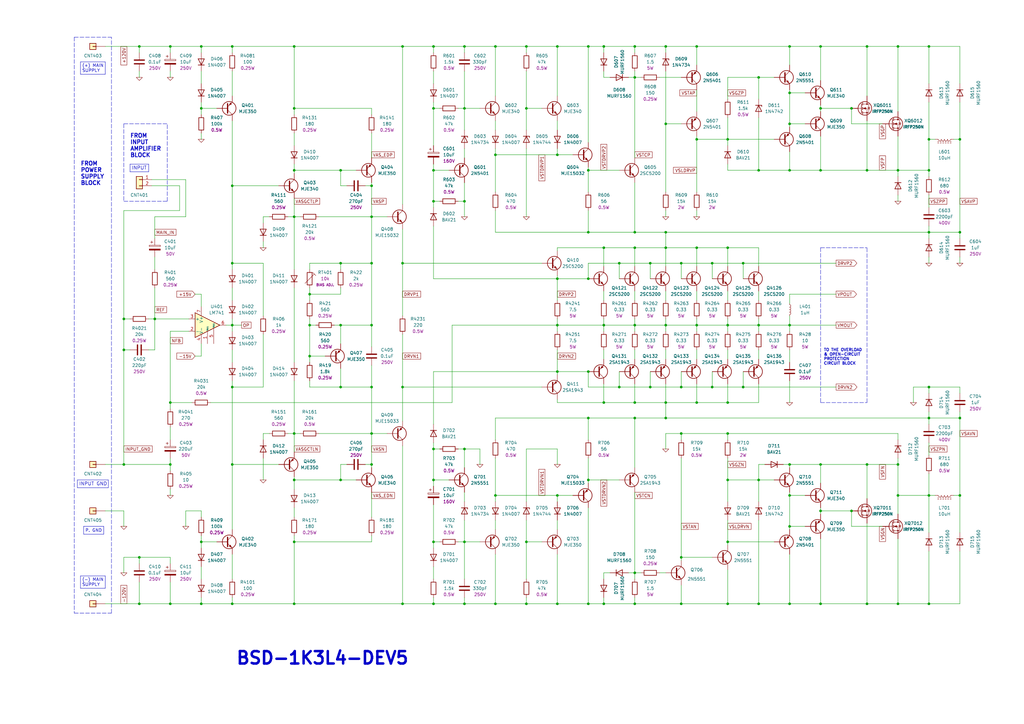
<source format=kicad_sch>
(kicad_sch (version 20211123) (generator eeschema)
  (paper "A3")
  (title_block (title "1300 WATTS RMS CLASS-TD\\nAUDIO POWER AMPLIFIER\\nFOR 4-OHMS LOUDSPEAKER") (date "2022-10-11") (company "BSD POWER AMP"))
  (junction (at 254 107.95))
  (junction (at 260.35 165.1))
  (junction (at 120.65 44.45))
  (junction (at 50.8 130.81))
  (junction (at 82.55 19.05))
  (junction (at 241.3 19.05))
  (junction (at 190.5 82.55))
  (junction (at 139.7 158.75))
  (junction (at 336.55 44.45))
  (junction (at 266.7 107.95))
  (junction (at 304.8 107.95))
  (junction (at 273.05 165.1))
  (junction (at 393.7 57.15))
  (junction (at 139.7 196.85))
  (junction (at 323.85 133.35))
  (junction (at 260.35 247.65))
  (junction (at 279.4 177.8))
  (junction (at 215.9 19.05))
  (junction (at 292.1 107.95))
  (junction (at 355.6 69.85))
  (junction (at 323.85 203.2))
  (junction (at 57.15 247.65))
  (junction (at 285.75 19.05))
  (junction (at 152.4 190.5))
  (junction (at 355.6 190.5))
  (junction (at 177.8 184.15))
  (junction (at 82.55 222.25))
  (junction (at 368.3 69.85))
  (junction (at 203.2 247.65))
  (junction (at 298.45 101.6))
  (junction (at 241.3 196.85))
  (junction (at 311.15 196.85))
  (junction (at 368.3 19.05))
  (junction (at 355.6 19.05))
  (junction (at 260.35 101.6))
  (junction (at 152.4 107.95))
  (junction (at 120.65 19.05))
  (junction (at 241.3 69.85))
  (junction (at 190.5 19.05))
  (junction (at 381 69.85))
  (junction (at 381 57.15))
  (junction (at 381 95.25))
  (junction (at 95.25 247.65))
  (junction (at 285.75 101.6))
  (junction (at 381 247.65))
  (junction (at 247.65 101.6))
  (junction (at 355.6 247.65))
  (junction (at 393.7 171.45))
  (junction (at 241.3 152.4))
  (junction (at 292.1 158.75))
  (junction (at 228.6 203.2))
  (junction (at 260.35 19.05))
  (junction (at 215.9 222.25))
  (junction (at 336.55 209.55))
  (junction (at 247.65 19.05))
  (junction (at 298.45 196.85))
  (junction (at 279.4 247.65))
  (junction (at 260.35 133.35))
  (junction (at 69.85 19.05))
  (junction (at 323.85 215.9))
  (junction (at 152.4 177.8))
  (junction (at 323.85 19.05))
  (junction (at 152.4 133.35))
  (junction (at 298.45 247.65))
  (junction (at 228.6 19.05))
  (junction (at 95.25 133.35))
  (junction (at 177.8 247.65))
  (junction (at 311.15 247.65))
  (junction (at 273.05 171.45))
  (junction (at 247.65 247.65))
  (junction (at 393.7 95.25))
  (junction (at 368.3 203.2))
  (junction (at 279.4 158.75))
  (junction (at 279.4 228.6))
  (junction (at 165.1 107.95))
  (junction (at 368.3 190.5))
  (junction (at 247.65 165.1))
  (junction (at 215.9 247.65))
  (junction (at 120.65 88.9))
  (junction (at 273.05 101.6))
  (junction (at 323.85 190.5))
  (junction (at 95.25 190.5))
  (junction (at 241.3 247.65))
  (junction (at 273.05 50.8))
  (junction (at 298.45 57.15))
  (junction (at 241.3 171.45))
  (junction (at 273.05 95.25))
  (junction (at 152.4 158.75))
  (junction (at 298.45 165.1))
  (junction (at 336.55 247.65))
  (junction (at 323.85 69.85))
  (junction (at 273.05 133.35))
  (junction (at 285.75 133.35))
  (junction (at 241.3 95.25))
  (junction (at 381 158.75))
  (junction (at 311.15 133.35))
  (junction (at 336.55 190.5))
  (junction (at 241.3 114.3))
  (junction (at 298.45 177.8))
  (junction (at 260.35 171.45))
  (junction (at 95.25 158.75))
  (junction (at 298.45 222.25))
  (junction (at 120.65 222.25))
  (junction (at 298.45 133.35))
  (junction (at 95.25 76.2))
  (junction (at 63.5 130.81))
  (junction (at 177.8 44.45))
  (junction (at 177.8 222.25))
  (junction (at 381 203.2))
  (junction (at 190.5 44.45))
  (junction (at 368.3 247.65))
  (junction (at 165.1 247.65))
  (junction (at 139.7 69.85))
  (junction (at 82.55 247.65))
  (junction (at 266.7 158.75))
  (junction (at 381 19.05))
  (junction (at 165.1 158.75))
  (junction (at 203.2 63.5))
  (junction (at 273.05 19.05))
  (junction (at 177.8 196.85))
  (junction (at 69.85 190.5))
  (junction (at 228.6 63.5))
  (junction (at 254 158.75))
  (junction (at 349.25 209.55))
  (junction (at 260.35 234.95))
  (junction (at 69.85 165.1))
  (junction (at 323.85 247.65))
  (junction (at 203.2 203.2))
  (junction (at 228.6 152.4))
  (junction (at 95.25 107.95))
  (junction (at 152.4 76.2))
  (junction (at 260.35 31.75))
  (junction (at 120.65 177.8))
  (junction (at 336.55 19.05))
  (junction (at 190.5 184.15))
  (junction (at 120.65 196.85))
  (junction (at 393.7 203.2))
  (junction (at 228.6 247.65))
  (junction (at 285.75 57.15))
  (junction (at 95.25 19.05))
  (junction (at 120.65 69.85))
  (junction (at 165.1 19.05))
  (junction (at 203.2 19.05))
  (junction (at 177.8 69.85))
  (junction (at 139.7 107.95))
  (junction (at 215.9 44.45))
  (junction (at 50.8 143.51))
  (junction (at 82.55 44.45))
  (junction (at 336.55 69.85))
  (junction (at 69.85 247.65))
  (junction (at 50.8 190.5))
  (junction (at 190.5 247.65))
  (junction (at 127 133.35))
  (junction (at 127 120.65))
  (junction (at 304.8 158.75))
  (junction (at 127 146.05))
  (junction (at 311.15 31.75))
  (junction (at 260.35 95.25))
  (junction (at 381 171.45))
  (junction (at 177.8 82.55))
  (junction (at 57.15 228.6))
  (junction (at 139.7 133.35))
  (junction (at 311.15 69.85))
  (junction (at 57.15 19.05))
  (junction (at 279.4 107.95))
  (junction (at 190.5 222.25))
  (junction (at 323.85 50.8))
  (junction (at 247.65 133.35))
  (junction (at 349.25 44.45))
  (junction (at 152.4 88.9))
  (junction (at 228.6 133.35))
  (junction (at 228.6 114.3))
  (junction (at 177.8 19.05))
  (junction (at 120.65 247.65))
  (junction (at 285.75 165.1))
  (junction (at 323.85 38.1))
  (wire (pts (xy 273.05 133.35) (xy 273.05 135.89)))
  (wire (pts (xy 130.81 88.9) (xy 152.4 88.9)))
  (polyline (pts (xy 336.55 101.6) (xy 336.55 165.1)) (stroke (width 0) (type dash)))
  (wire (pts (xy 127 120.65) (xy 139.7 120.65)))
  (wire (pts (xy 368.3 69.85) (xy 368.3 72.39)))
  (wire (pts (xy 260.35 171.45) (xy 260.35 191.77)))
  (wire (pts (xy 228.6 114.3) (xy 228.6 123.19)))
  (wire (pts (xy 273.05 19.05) (xy 273.05 21.59)))
  (wire (pts (xy 127 130.81) (xy 127 133.35)))
  (wire (pts (xy 177.8 41.91) (xy 177.8 44.45)))
  (wire (pts (xy 137.16 133.35) (xy 139.7 133.35)))
  (wire (pts (xy 80.01 146.05) (xy 82.55 146.05)))
  (wire (pts (xy 228.6 190.5) (xy 228.6 184.15)))
  (wire (pts (xy 247.65 119.38) (xy 247.65 123.19)))
  (wire (pts (xy 241.3 158.75) (xy 241.3 152.4)))
  (wire (pts (xy 336.55 55.88) (xy 336.55 69.85)))
  (wire (pts (xy 292.1 107.95) (xy 304.8 107.95)))
  (polyline (pts (xy 44.45 200.025) (xy 44.45 196.85)) (stroke (width 0) (type solid)))
  (wire (pts (xy 298.45 196.85) (xy 311.15 196.85)))
  (polyline (pts (xy 336.55 165.1) (xy 355.6 165.1)) (stroke (width 0) (type dash)))
  (wire (pts (xy 241.3 107.95) (xy 241.3 114.3)))
  (wire (pts (xy 190.5 44.45) (xy 190.5 53.34)))
  (wire (pts (xy 381 19.05) (xy 368.3 19.05)))
  (wire (pts (xy 228.6 143.51) (xy 228.6 152.4)))
  (wire (pts (xy 323.85 19.05) (xy 323.85 26.67)))
  (wire (pts (xy 368.3 203.2) (xy 381 203.2)))
  (wire (pts (xy 321.31 190.5) (xy 323.85 190.5)))
  (polyline (pts (xy 45.72 251.46) (xy 45.72 15.24)))
  (wire (pts (xy 279.4 187.96) (xy 279.4 228.6)))
  (polyline (pts (xy 34.29 219.075) (xy 42.545 219.075)) (stroke (width 0) (type solid)))
  (wire (pts (xy 298.45 57.15) (xy 317.5 57.15)))
  (wire (pts (xy 260.35 130.81) (xy 260.35 133.35)))
  (wire (pts (xy 298.45 133.35) (xy 298.45 135.89)))
  (polyline (pts (xy 33.02 241.3) (xy 43.18 241.3)) (stroke (width 0) (type solid)))
  (wire (pts (xy 139.7 196.85) (xy 146.05 196.85)))
  (wire (pts (xy 323.85 215.9) (xy 323.85 217.17)))
  (wire (pts (xy 203.2 49.53) (xy 203.2 53.34)))
  (wire (pts (xy 95.25 19.05) (xy 82.55 19.05)))
  (wire (pts (xy 381 92.71) (xy 381 95.25)))
  (wire (pts (xy 107.95 137.16) (xy 107.95 158.75)))
  (wire (pts (xy 228.6 227.33) (xy 228.6 247.65)))
  (wire (pts (xy 228.6 114.3) (xy 241.3 114.3)))
  (wire (pts (xy 69.85 135.89) (xy 77.47 135.89)))
  (wire (pts (xy 82.55 29.21) (xy 82.55 34.29)))
  (wire (pts (xy 336.55 209.55) (xy 336.55 210.82)))
  (wire (pts (xy 311.15 196.85) (xy 311.15 205.74)))
  (wire (pts (xy 266.7 107.95) (xy 266.7 114.3)))
  (wire (pts (xy 185.42 133.35) (xy 228.6 133.35)))
  (wire (pts (xy 149.86 190.5) (xy 152.4 190.5)))
  (wire (pts (xy 323.85 50.8) (xy 323.85 52.07)))
  (wire (pts (xy 88.9 222.25) (xy 82.55 222.25)))
  (wire (pts (xy 381 105.41) (xy 381 107.95)))
  (wire (pts (xy 203.2 63.5) (xy 203.2 78.74)))
  (wire (pts (xy 311.15 133.35) (xy 323.85 133.35)))
  (wire (pts (xy 279.4 158.75) (xy 292.1 158.75)))
  (wire (pts (xy 152.4 88.9) (xy 158.75 88.9)))
  (wire (pts (xy 177.8 29.21) (xy 177.8 34.29)))
  (wire (pts (xy 228.6 247.65) (xy 241.3 247.65)))
  (wire (pts (xy 50.8 234.95) (xy 50.8 228.6)))
  (wire (pts (xy 323.85 62.23) (xy 323.85 69.85)))
  (wire (pts (xy 228.6 203.2) (xy 234.95 203.2)))
  (wire (pts (xy 127 146.05) (xy 133.35 146.05)))
  (wire (pts (xy 139.7 107.95) (xy 152.4 107.95)))
  (wire (pts (xy 298.45 69.85) (xy 298.45 67.31)))
  (wire (pts (xy 368.3 80.01) (xy 368.3 82.55)))
  (wire (pts (xy 82.55 222.25) (xy 82.55 224.79)))
  (wire (pts (xy 381 72.39) (xy 381 69.85)))
  (polyline (pts (xy 33.02 236.22) (xy 43.18 236.22)) (stroke (width 0) (type solid)))
  (wire (pts (xy 165.1 182.88) (xy 165.1 247.65)))
  (wire (pts (xy 120.65 156.21) (xy 120.65 177.8)))
  (wire (pts (xy 120.65 19.05) (xy 165.1 19.05)))
  (wire (pts (xy 82.55 44.45) (xy 82.55 46.99)))
  (wire (pts (xy 177.8 69.85) (xy 177.8 82.55)))
  (wire (pts (xy 215.9 222.25) (xy 215.9 237.49)))
  (wire (pts (xy 311.15 190.5) (xy 311.15 196.85)))
  (wire (pts (xy 323.85 120.65) (xy 342.9 120.65)))
  (wire (pts (xy 120.65 69.85) (xy 139.7 69.85)))
  (wire (pts (xy 120.65 88.9) (xy 120.65 110.49)))
  (wire (pts (xy 95.25 227.33) (xy 95.25 237.49)))
  (wire (pts (xy 260.35 101.6) (xy 260.35 109.22)))
  (wire (pts (xy 311.15 69.85) (xy 323.85 69.85)))
  (wire (pts (xy 177.8 247.65) (xy 190.5 247.65)))
  (wire (pts (xy 311.15 48.26) (xy 311.15 69.85)))
  (wire (pts (xy 323.85 129.54) (xy 323.85 133.35)))
  (wire (pts (xy 393.7 95.25) (xy 393.7 97.79)))
  (wire (pts (xy 215.9 44.45) (xy 215.9 53.34)))
  (wire (pts (xy 336.55 43.18) (xy 336.55 44.45)))
  (wire (pts (xy 273.05 50.8) (xy 273.05 78.74)))
  (wire (pts (xy 203.2 95.25) (xy 241.3 95.25)))
  (wire (pts (xy 298.45 177.8) (xy 298.45 180.34)))
  (wire (pts (xy 107.95 107.95) (xy 95.25 107.95)))
  (wire (pts (xy 336.55 209.55) (xy 349.25 209.55)))
  (wire (pts (xy 95.25 29.21) (xy 95.25 39.37)))
  (wire (pts (xy 279.4 107.95) (xy 292.1 107.95)))
  (wire (pts (xy 203.2 180.34) (xy 203.2 171.45)))
  (wire (pts (xy 95.25 190.5) (xy 114.3 190.5)))
  (wire (pts (xy 177.8 44.45) (xy 177.8 59.69)))
  (wire (pts (xy 69.85 187.96) (xy 69.85 190.5)))
  (polyline (pts (xy 50.8 82.55) (xy 68.58 82.55)))
  (wire (pts (xy 120.65 118.11) (xy 120.65 148.59)))
  (wire (pts (xy 285.75 19.05) (xy 285.75 26.67)))
  (wire (pts (xy 107.95 177.8) (xy 110.49 177.8)))
  (wire (pts (xy 127 118.11) (xy 127 120.65)))
  (wire (pts (xy 381 19.05) (xy 381 34.29)))
  (wire (pts (xy 215.9 213.36) (xy 215.9 222.25)))
  (wire (pts (xy 95.25 245.11) (xy 95.25 247.65)))
  (wire (pts (xy 69.85 228.6) (xy 69.85 231.14)))
  (wire (pts (xy 311.15 119.38) (xy 311.15 123.19)))
  (wire (pts (xy 311.15 143.51) (xy 311.15 147.32)))
  (wire (pts (xy 381 158.75) (xy 381 161.29)))
  (polyline (pts (xy 42.545 219.075) (xy 42.545 215.9)) (stroke (width 0) (type solid)))
  (wire (pts (xy 381 203.2) (xy 381 218.44)))
  (wire (pts (xy 142.24 190.5) (xy 139.7 190.5)))
  (wire (pts (xy 203.2 86.36) (xy 203.2 95.25)))
  (wire (pts (xy 304.8 158.75) (xy 304.8 152.4)))
  (wire (pts (xy 228.6 113.03) (xy 228.6 114.3)))
  (wire (pts (xy 190.5 213.36) (xy 190.5 222.25)))
  (polyline (pts (xy 53.34 70.485) (xy 60.96 70.485)) (stroke (width 0) (type solid)))
  (wire (pts (xy 177.8 82.55) (xy 177.8 85.09)))
  (wire (pts (xy 292.1 158.75) (xy 292.1 152.4)))
  (wire (pts (xy 323.85 36.83) (xy 323.85 38.1)))
  (wire (pts (xy 298.45 48.26) (xy 298.45 57.15)))
  (wire (pts (xy 298.45 213.36) (xy 298.45 222.25)))
  (wire (pts (xy 76.2 215.9) (xy 76.2 209.55)))
  (wire (pts (xy 260.35 95.25) (xy 273.05 95.25)))
  (wire (pts (xy 349.25 215.9) (xy 349.25 209.55)))
  (wire (pts (xy 285.75 133.35) (xy 273.05 133.35)))
  (wire (pts (xy 177.8 44.45) (xy 180.34 44.45)))
  (wire (pts (xy 355.6 49.53) (xy 355.6 69.85)))
  (wire (pts (xy 323.85 215.9) (xy 330.2 215.9)))
  (wire (pts (xy 92.71 133.35) (xy 95.25 133.35)))
  (wire (pts (xy 273.05 157.48) (xy 273.05 165.1)))
  (wire (pts (xy 368.3 177.8) (xy 368.3 180.34)))
  (wire (pts (xy 203.2 19.05) (xy 215.9 19.05)))
  (wire (pts (xy 257.81 31.75) (xy 260.35 31.75)))
  (wire (pts (xy 368.3 55.88) (xy 368.3 69.85)))
  (polyline (pts (xy 336.55 101.6) (xy 355.6 101.6)) (stroke (width 0) (type dash)))
  (wire (pts (xy 323.85 156.21) (xy 323.85 165.1)))
  (wire (pts (xy 215.9 29.21) (xy 215.9 44.45)))
  (wire (pts (xy 73.66 76.2) (xy 73.66 86.36)))
  (wire (pts (xy 247.65 165.1) (xy 260.35 165.1)))
  (wire (pts (xy 260.35 143.51) (xy 260.35 147.32)))
  (wire (pts (xy 120.65 44.45) (xy 120.65 46.99)))
  (wire (pts (xy 260.35 74.93) (xy 260.35 95.25)))
  (wire (pts (xy 336.55 19.05) (xy 336.55 33.02)))
  (wire (pts (xy 107.95 88.9) (xy 107.95 91.44)))
  (wire (pts (xy 82.55 232.41) (xy 82.55 237.49)))
  (wire (pts (xy 187.96 82.55) (xy 190.5 82.55)))
  (wire (pts (xy 69.85 165.1) (xy 78.74 165.1)))
  (wire (pts (xy 285.75 130.81) (xy 285.75 133.35)))
  (polyline (pts (xy 33.02 25.4) (xy 33.02 30.48)) (stroke (width 0) (type solid)))
  (wire (pts (xy 323.85 203.2) (xy 323.85 215.9)))
  (wire (pts (xy 311.15 101.6) (xy 311.15 109.22)))
  (wire (pts (xy 266.7 107.95) (xy 279.4 107.95)))
  (wire (pts (xy 139.7 151.13) (xy 139.7 158.75)))
  (wire (pts (xy 228.6 130.81) (xy 228.6 133.35)))
  (wire (pts (xy 228.6 133.35) (xy 228.6 135.89)))
  (wire (pts (xy 152.4 177.8) (xy 152.4 190.5)))
  (wire (pts (xy 336.55 208.28) (xy 336.55 209.55)))
  (wire (pts (xy 317.5 31.75) (xy 311.15 31.75)))
  (wire (pts (xy 228.6 213.36) (xy 228.6 217.17)))
  (wire (pts (xy 228.6 60.96) (xy 228.6 63.5)))
  (wire (pts (xy 228.6 152.4) (xy 241.3 152.4)))
  (wire (pts (xy 177.8 114.3) (xy 228.6 114.3)))
  (wire (pts (xy 177.8 173.99) (xy 177.8 152.4)))
  (wire (pts (xy 393.7 247.65) (xy 381 247.65)))
  (wire (pts (xy 298.45 59.69) (xy 298.45 57.15)))
  (wire (pts (xy 190.5 222.25) (xy 196.85 222.25)))
  (wire (pts (xy 139.7 133.35) (xy 152.4 133.35)))
  (wire (pts (xy 393.7 41.91) (xy 393.7 57.15)))
  (wire (pts (xy 62.23 76.2) (xy 73.66 76.2)))
  (wire (pts (xy 298.45 101.6) (xy 298.45 109.22)))
  (wire (pts (xy 279.4 247.65) (xy 298.45 247.65)))
  (wire (pts (xy 260.35 19.05) (xy 260.35 21.59)))
  (wire (pts (xy 228.6 184.15) (xy 215.9 184.15)))
  (wire (pts (xy 120.65 196.85) (xy 139.7 196.85)))
  (wire (pts (xy 165.1 158.75) (xy 165.1 172.72)))
  (wire (pts (xy 177.8 181.61) (xy 177.8 184.15)))
  (wire (pts (xy 152.4 107.95) (xy 152.4 133.35)))
  (wire (pts (xy 393.7 203.2) (xy 393.7 218.44)))
  (wire (pts (xy 95.25 107.95) (xy 95.25 110.49)))
  (wire (pts (xy 57.15 19.05) (xy 69.85 19.05)))
  (wire (pts (xy 393.7 226.06) (xy 393.7 247.65)))
  (wire (pts (xy 381 173.99) (xy 381 171.45)))
  (wire (pts (xy 381 194.31) (xy 381 203.2)))
  (wire (pts (xy 130.81 177.8) (xy 152.4 177.8)))
  (wire (pts (xy 190.5 184.15) (xy 190.5 191.77)))
  (polyline (pts (xy 30.48 15.24) (xy 30.48 251.46)))
  (polyline (pts (xy 43.18 30.48) (xy 43.18 25.4)) (stroke (width 0) (type solid)))
  (wire (pts (xy 273.05 19.05) (xy 285.75 19.05)))
  (wire (pts (xy 241.3 158.75) (xy 254 158.75)))
  (polyline (pts (xy 50.8 50.8) (xy 68.58 50.8)))
  (wire (pts (xy 190.5 201.93) (xy 190.5 205.74)))
  (wire (pts (xy 57.15 247.65) (xy 69.85 247.65)))
  (wire (pts (xy 247.65 143.51) (xy 247.65 147.32)))
  (wire (pts (xy 187.96 184.15) (xy 190.5 184.15)))
  (wire (pts (xy 82.55 44.45) (xy 88.9 44.45)))
  (wire (pts (xy 203.2 203.2) (xy 203.2 205.74)))
  (wire (pts (xy 247.65 234.95) (xy 247.65 237.49)))
  (wire (pts (xy 361.95 215.9) (xy 349.25 215.9)))
  (wire (pts (xy 273.05 165.1) (xy 273.05 171.45)))
  (wire (pts (xy 273.05 95.25) (xy 381 95.25)))
  (wire (pts (xy 298.45 187.96) (xy 298.45 196.85)))
  (wire (pts (xy 120.65 222.25) (xy 120.65 247.65)))
  (wire (pts (xy 298.45 222.25) (xy 317.5 222.25)))
  (polyline (pts (xy 33.02 236.22) (xy 33.02 241.3)) (stroke (width 0) (type solid)))
  (wire (pts (xy 323.85 120.65) (xy 323.85 124.46)))
  (wire (pts (xy 63.5 88.9) (xy 76.2 88.9)))
  (wire (pts (xy 355.6 214.63) (xy 355.6 247.65)))
  (wire (pts (xy 273.05 29.21) (xy 273.05 50.8)))
  (wire (pts (xy 311.15 130.81) (xy 311.15 133.35)))
  (wire (pts (xy 260.35 29.21) (xy 260.35 31.75)))
  (wire (pts (xy 311.15 213.36) (xy 311.15 247.65)))
  (wire (pts (xy 323.85 69.85) (xy 336.55 69.85)))
  (wire (pts (xy 69.85 247.65) (xy 82.55 247.65)))
  (wire (pts (xy 82.55 209.55) (xy 82.55 212.09)))
  (wire (pts (xy 95.25 130.81) (xy 95.25 133.35)))
  (wire (pts (xy 273.05 143.51) (xy 273.05 147.32)))
  (wire (pts (xy 203.2 171.45) (xy 241.3 171.45)))
  (polyline (pts (xy 30.48 15.24) (xy 45.72 15.24)))
  (wire (pts (xy 323.85 133.35) (xy 342.9 133.35)))
  (wire (pts (xy 120.65 247.65) (xy 165.1 247.65)))
  (wire (pts (xy 228.6 19.05) (xy 241.3 19.05)))
  (polyline (pts (xy 33.02 25.4) (xy 43.18 25.4)) (stroke (width 0) (type solid)))
  (wire (pts (xy 76.2 88.9) (xy 76.2 73.66)))
  (wire (pts (xy 285.75 143.51) (xy 285.75 147.32)))
  (wire (pts (xy 177.8 184.15) (xy 177.8 196.85)))
  (wire (pts (xy 257.81 234.95) (xy 260.35 234.95)))
  (wire (pts (xy 273.05 130.81) (xy 273.05 133.35)))
  (wire (pts (xy 260.35 234.95) (xy 262.89 234.95)))
  (wire (pts (xy 336.55 190.5) (xy 355.6 190.5)))
  (wire (pts (xy 393.7 105.41) (xy 393.7 107.95)))
  (wire (pts (xy 311.15 31.75) (xy 311.15 40.64)))
  (wire (pts (xy 177.8 19.05) (xy 177.8 21.59)))
  (wire (pts (xy 260.35 31.75) (xy 260.35 64.77)))
  (wire (pts (xy 323.85 38.1) (xy 323.85 50.8)))
  (wire (pts (xy 190.5 222.25) (xy 190.5 237.49)))
  (wire (pts (xy 215.9 222.25) (xy 222.25 222.25)))
  (wire (pts (xy 273.05 101.6) (xy 273.05 109.22)))
  (wire (pts (xy 190.5 44.45) (xy 196.85 44.45)))
  (wire (pts (xy 285.75 133.35) (xy 285.75 135.89)))
  (wire (pts (xy 279.4 229.87) (xy 279.4 228.6)))
  (wire (pts (xy 355.6 190.5) (xy 368.3 190.5)))
  (wire (pts (xy 368.3 187.96) (xy 368.3 190.5)))
  (wire (pts (xy 260.35 19.05) (xy 273.05 19.05)))
  (wire (pts (xy 355.6 19.05) (xy 355.6 39.37)))
  (wire (pts (xy 69.85 175.26) (xy 69.85 180.34)))
  (wire (pts (xy 190.5 245.11) (xy 190.5 247.65)))
  (wire (pts (xy 228.6 49.53) (xy 228.6 53.34)))
  (wire (pts (xy 139.7 107.95) (xy 139.7 110.49)))
  (polyline (pts (xy 53.34 67.31) (xy 60.96 67.31)) (stroke (width 0) (type solid)))
  (wire (pts (xy 139.7 158.75) (xy 152.4 158.75)))
  (wire (pts (xy 177.8 69.85) (xy 184.15 69.85)))
  (wire (pts (xy 228.6 19.05) (xy 228.6 39.37)))
  (wire (pts (xy 311.15 247.65) (xy 323.85 247.65)))
  (wire (pts (xy 152.4 76.2) (xy 152.4 88.9)))
  (wire (pts (xy 215.9 245.11) (xy 215.9 247.65)))
  (wire (pts (xy 152.4 219.71) (xy 152.4 222.25)))
  (wire (pts (xy 60.96 130.81) (xy 63.5 130.81)))
  (wire (pts (xy 203.2 63.5) (xy 228.6 63.5)))
  (wire (pts (xy 323.85 191.77) (xy 323.85 190.5)))
  (wire (pts (xy 304.8 158.75) (xy 342.9 158.75)))
  (wire (pts (xy 260.35 157.48) (xy 260.35 165.1)))
  (wire (pts (xy 63.5 118.11) (xy 63.5 130.81)))
  (wire (pts (xy 336.55 190.5) (xy 336.55 198.12)))
  (wire (pts (xy 279.4 177.8) (xy 298.45 177.8)))
  (wire (pts (xy 241.3 69.85) (xy 241.3 78.74)))
  (polyline (pts (xy 34.29 215.9) (xy 42.545 215.9)) (stroke (width 0) (type solid)))
  (wire (pts (xy 152.4 201.93) (xy 152.4 212.09)))
  (wire (pts (xy 215.9 184.15) (xy 215.9 205.74)))
  (wire (pts (xy 241.3 19.05) (xy 247.65 19.05)))
  (wire (pts (xy 298.45 130.81) (xy 298.45 133.35)))
  (wire (pts (xy 298.45 233.68) (xy 298.45 247.65)))
  (wire (pts (xy 260.35 133.35) (xy 247.65 133.35)))
  (wire (pts (xy 215.9 60.96) (xy 215.9 88.9)))
  (wire (pts (xy 165.1 107.95) (xy 165.1 129.54)))
  (wire (pts (xy 50.8 130.81) (xy 50.8 143.51)))
  (wire (pts (xy 196.85 190.5) (xy 196.85 184.15)))
  (wire (pts (xy 311.15 196.85) (xy 317.5 196.85)))
  (wire (pts (xy 177.8 19.05) (xy 190.5 19.05)))
  (wire (pts (xy 177.8 222.25) (xy 180.34 222.25)))
  (wire (pts (xy 203.2 187.96) (xy 203.2 203.2)))
  (wire (pts (xy 323.85 143.51) (xy 323.85 148.59)))
  (wire (pts (xy 250.19 31.75) (xy 247.65 31.75)))
  (wire (pts (xy 279.4 158.75) (xy 279.4 152.4)))
  (wire (pts (xy 285.75 119.38) (xy 285.75 123.19)))
  (wire (pts (xy 247.65 157.48) (xy 247.65 165.1)))
  (wire (pts (xy 273.05 119.38) (xy 273.05 123.19)))
  (wire (pts (xy 323.85 50.8) (xy 330.2 50.8)))
  (wire (pts (xy 152.4 158.75) (xy 152.4 149.86)))
  (wire (pts (xy 120.65 19.05) (xy 95.25 19.05)))
  (wire (pts (xy 298.45 247.65) (xy 311.15 247.65)))
  (wire (pts (xy 241.3 171.45) (xy 260.35 171.45)))
  (wire (pts (xy 298.45 119.38) (xy 298.45 123.19)))
  (wire (pts (xy 120.65 19.05) (xy 120.65 44.45)))
  (wire (pts (xy 247.65 247.65) (xy 260.35 247.65)))
  (wire (pts (xy 95.25 76.2) (xy 114.3 76.2)))
  (wire (pts (xy 323.85 227.33) (xy 323.85 247.65)))
  (wire (pts (xy 82.55 219.71) (xy 82.55 222.25)))
  (wire (pts (xy 247.65 130.81) (xy 247.65 133.35)))
  (wire (pts (xy 241.3 68.58) (xy 241.3 69.85)))
  (wire (pts (xy 270.51 234.95) (xy 273.05 234.95)))
  (wire (pts (xy 313.69 190.5) (xy 311.15 190.5)))
  (wire (pts (xy 118.11 88.9) (xy 120.65 88.9)))
  (polyline (pts (xy 355.6 165.1) (xy 355.6 101.6)) (stroke (width 0) (type dash)))
  (wire (pts (xy 95.25 118.11) (xy 95.25 123.19)))
  (wire (pts (xy 279.4 50.8) (xy 273.05 50.8)))
  (wire (pts (xy 50.8 143.51) (xy 50.8 190.5)))
  (wire (pts (xy 355.6 247.65) (xy 368.3 247.65)))
  (wire (pts (xy 285.75 36.83) (xy 285.75 45.72)))
  (wire (pts (xy 285.75 133.35) (xy 298.45 133.35)))
  (wire (pts (xy 63.5 88.9) (xy 63.5 97.79)))
  (wire (pts (xy 82.55 19.05) (xy 69.85 19.05)))
  (wire (pts (xy 381 171.45) (xy 393.7 171.45)))
  (wire (pts (xy 247.65 19.05) (xy 247.65 21.59)))
  (wire (pts (xy 190.5 29.21) (xy 190.5 44.45)))
  (polyline (pts (xy 43.18 241.3) (xy 43.18 236.22)) (stroke (width 0) (type solid)))
  (wire (pts (xy 152.4 222.25) (xy 120.65 222.25)))
  (wire (pts (xy 177.8 184.15) (xy 180.34 184.15)))
  (wire (pts (xy 285.75 57.15) (xy 285.75 78.74)))
  (wire (pts (xy 247.65 101.6) (xy 247.65 109.22)))
  (wire (pts (xy 107.95 99.06) (xy 107.95 101.6)))
  (wire (pts (xy 63.5 130.81) (xy 77.47 130.81)))
  (wire (pts (xy 368.3 247.65) (xy 381 247.65)))
  (wire (pts (xy 298.45 31.75) (xy 298.45 40.64)))
  (wire (pts (xy 298.45 101.6) (xy 311.15 101.6)))
  (wire (pts (xy 228.6 133.35) (xy 247.65 133.35)))
  (wire (pts (xy 393.7 171.45) (xy 393.7 203.2)))
  (wire (pts (xy 222.25 44.45) (xy 215.9 44.45)))
  (wire (pts (xy 304.8 107.95) (xy 342.9 107.95)))
  (wire (pts (xy 120.65 69.85) (xy 120.65 71.12)))
  (polyline (pts (xy 31.75 196.85) (xy 31.75 200.025)) (stroke (width 0) (type solid)))
  (wire (pts (xy 311.15 133.35) (xy 311.15 135.89)))
  (wire (pts (xy 203.2 19.05) (xy 203.2 39.37)))
  (wire (pts (xy 336.55 247.65) (xy 355.6 247.65)))
  (wire (pts (xy 241.3 69.85) (xy 254 69.85)))
  (wire (pts (xy 177.8 196.85) (xy 184.15 196.85)))
  (wire (pts (xy 107.95 129.54) (xy 107.95 107.95)))
  (wire (pts (xy 76.2 73.66) (xy 62.23 73.66)))
  (wire (pts (xy 69.85 200.66) (xy 69.85 203.2)))
  (wire (pts (xy 298.45 69.85) (xy 311.15 69.85)))
  (wire (pts (xy 228.6 101.6) (xy 228.6 102.87)))
  (wire (pts (xy 82.55 146.05) (xy 82.55 140.97)))
  (wire (pts (xy 69.85 165.1) (xy 69.85 135.89)))
  (wire (pts (xy 241.3 196.85) (xy 254 196.85)))
  (wire (pts (xy 298.45 196.85) (xy 298.45 205.74)))
  (wire (pts (xy 73.66 86.36) (xy 50.8 86.36)))
  (wire (pts (xy 82.55 41.91) (xy 82.55 44.45)))
  (wire (pts (xy 260.35 247.65) (xy 279.4 247.65)))
  (wire (pts (xy 292.1 158.75) (xy 304.8 158.75)))
  (wire (pts (xy 120.65 222.25) (xy 120.65 219.71)))
  (wire (pts (xy 368.3 19.05) (xy 368.3 45.72)))
  (wire (pts (xy 177.8 207.01) (xy 177.8 222.25)))
  (wire (pts (xy 279.4 177.8) (xy 279.4 180.34)))
  (wire (pts (xy 273.05 133.35) (xy 260.35 133.35)))
  (wire (pts (xy 95.25 156.21) (xy 95.25 158.75)))
  (wire (pts (xy 228.6 165.1) (xy 247.65 165.1)))
  (wire (pts (xy 69.85 165.1) (xy 69.85 167.64)))
  (wire (pts (xy 273.05 171.45) (xy 381 171.45)))
  (wire (pts (xy 260.35 171.45) (xy 273.05 171.45)))
  (wire (pts (xy 368.3 190.5) (xy 368.3 203.2)))
  (wire (pts (xy 152.4 88.9) (xy 152.4 107.95)))
  (wire (pts (xy 273.05 95.25) (xy 273.05 101.6)))
  (wire (pts (xy 241.3 247.65) (xy 247.65 247.65)))
  (wire (pts (xy 273.05 101.6) (xy 260.35 101.6)))
  (wire (pts (xy 330.2 203.2) (xy 323.85 203.2)))
  (wire (pts (xy 260.35 133.35) (xy 260.35 135.89)))
  (polyline (pts (xy 33.02 30.48) (xy 43.18 30.48)) (stroke (width 0) (type solid)))
  (wire (pts (xy 95.25 143.51) (xy 95.25 148.59)))
  (wire (pts (xy 391.16 57.15) (xy 393.7 57.15)))
  (wire (pts (xy 177.8 232.41) (xy 177.8 237.49)))
  (wire (pts (xy 57.15 228.6) (xy 69.85 228.6)))
  (wire (pts (xy 336.55 44.45) (xy 349.25 44.45)))
  (wire (pts (xy 107.95 196.85) (xy 107.95 187.96)))
  (wire (pts (xy 273.05 184.15) (xy 273.05 177.8)))
  (wire (pts (xy 82.55 245.11) (xy 82.55 247.65)))
  (wire (pts (xy 285.75 101.6) (xy 285.75 109.22)))
  (wire (pts (xy 323.85 247.65) (xy 336.55 247.65)))
  (wire (pts (xy 368.3 203.2) (xy 368.3 210.82)))
  (wire (pts (xy 177.8 245.11) (xy 177.8 247.65)))
  (wire (pts (xy 393.7 57.15) (xy 393.7 95.25)))
  (wire (pts (xy 118.11 177.8) (xy 120.65 177.8)))
  (wire (pts (xy 69.85 29.21) (xy 69.85 31.75)))
  (wire (pts (xy 381 80.01) (xy 381 85.09)))
  (wire (pts (xy 152.4 44.45) (xy 120.65 44.45)))
  (wire (pts (xy 355.6 69.85) (xy 368.3 69.85)))
  (wire (pts (xy 120.65 88.9) (xy 123.19 88.9)))
  (wire (pts (xy 127 156.21) (xy 127 158.75)))
  (wire (pts (xy 203.2 203.2) (xy 228.6 203.2)))
  (wire (pts (xy 254 158.75) (xy 266.7 158.75)))
  (wire (pts (xy 177.8 67.31) (xy 177.8 69.85)))
  (wire (pts (xy 203.2 213.36) (xy 203.2 217.17)))
  (wire (pts (xy 60.96 143.51) (xy 63.5 143.51)))
  (wire (pts (xy 127 107.95) (xy 139.7 107.95)))
  (wire (pts (xy 285.75 165.1) (xy 298.45 165.1)))
  (wire (pts (xy 228.6 101.6) (xy 247.65 101.6)))
  (wire (pts (xy 381 57.15) (xy 383.54 57.15)))
  (wire (pts (xy 95.25 49.53) (xy 95.25 76.2)))
  (wire (pts (xy 215.9 19.05) (xy 228.6 19.05)))
  (wire (pts (xy 120.65 208.28) (xy 120.65 212.09)))
  (wire (pts (xy 368.3 69.85) (xy 381 69.85)))
  (wire (pts (xy 298.45 157.48) (xy 298.45 165.1)))
  (wire (pts (xy 107.95 158.75) (xy 95.25 158.75)))
  (wire (pts (xy 80.01 120.65) (xy 82.55 120.65)))
  (wire (pts (xy 95.25 158.75) (xy 95.25 190.5)))
  (wire (pts (xy 50.8 143.51) (xy 53.34 143.51)))
  (wire (pts (xy 57.15 19.05) (xy 57.15 21.59)))
  (wire (pts (xy 50.8 86.36) (xy 50.8 130.81)))
  (wire (pts (xy 50.8 190.5) (xy 69.85 190.5)))
  (wire (pts (xy 292.1 107.95) (xy 292.1 114.3)))
  (wire (pts (xy 165.1 107.95) (xy 222.25 107.95)))
  (wire (pts (xy 228.6 63.5) (xy 234.95 63.5)))
  (wire (pts (xy 120.65 177.8) (xy 120.65 185.42)))
  (wire (pts (xy 266.7 158.75) (xy 279.4 158.75)))
  (wire (pts (xy 190.5 74.93) (xy 190.5 82.55)))
  (wire (pts (xy 323.85 38.1) (xy 330.2 38.1)))
  (wire (pts (xy 139.7 190.5) (xy 139.7 196.85)))
  (wire (pts (xy 323.85 19.05) (xy 336.55 19.05)))
  (wire (pts (xy 43.18 190.5) (xy 50.8 190.5)))
  (wire (pts (xy 241.3 187.96) (xy 241.3 196.85)))
  (wire (pts (xy 190.5 247.65) (xy 203.2 247.65)))
  (wire (pts (xy 273.05 165.1) (xy 260.35 165.1)))
  (wire (pts (xy 82.55 120.65) (xy 82.55 125.73)))
  (wire (pts (xy 381 186.69) (xy 381 181.61)))
  (wire (pts (xy 393.7 158.75) (xy 393.7 161.29)))
  (wire (pts (xy 323.85 203.2) (xy 323.85 201.93)))
  (wire (pts (xy 260.35 31.75) (xy 262.89 31.75)))
  (wire (pts (xy 43.18 247.65) (xy 57.15 247.65)))
  (wire (pts (xy 107.95 180.34) (xy 107.95 177.8)))
  (wire (pts (xy 273.05 177.8) (xy 279.4 177.8)))
  (wire (pts (xy 165.1 158.75) (xy 222.25 158.75)))
  (wire (pts (xy 393.7 19.05) (xy 381 19.05)))
  (wire (pts (xy 381 158.75) (xy 393.7 158.75)))
  (wire (pts (xy 241.3 95.25) (xy 260.35 95.25)))
  (wire (pts (xy 127 133.35) (xy 127 146.05)))
  (wire (pts (xy 228.6 152.4) (xy 228.6 153.67)))
  (wire (pts (xy 203.2 247.65) (xy 215.9 247.65)))
  (wire (pts (xy 120.65 177.8) (xy 123.19 177.8)))
  (wire (pts (xy 241.3 86.36) (xy 241.3 95.25)))
  (wire (pts (xy 177.8 196.85) (xy 177.8 199.39)))
  (wire (pts (xy 57.15 29.21) (xy 57.15 31.75)))
  (wire (pts (xy 82.55 19.05) (xy 82.55 21.59)))
  (wire (pts (xy 279.4 240.03) (xy 279.4 247.65)))
  (polyline (pts (xy 68.58 82.55) (xy 68.58 50.8)))
  (wire (pts (xy 107.95 88.9) (xy 110.49 88.9)))
  (wire (pts (xy 165.1 93.98) (xy 165.1 107.95)))
  (wire (pts (xy 190.5 19.05) (xy 190.5 21.59)))
  (polyline (pts (xy 31.75 200.025) (xy 44.45 200.025)) (stroke (width 0) (type solid)))
  (wire (pts (xy 95.25 190.5) (xy 95.25 217.17)))
  (wire (pts (xy 298.45 222.25) (xy 298.45 223.52)))
  (wire (pts (xy 63.5 143.51) (xy 63.5 130.81)))
  (wire (pts (xy 285.75 101.6) (xy 298.45 101.6)))
  (wire (pts (xy 298.45 133.35) (xy 311.15 133.35)))
  (wire (pts (xy 139.7 76.2) (xy 142.24 76.2)))
  (wire (pts (xy 393.7 168.91) (xy 393.7 171.45)))
  (wire (pts (xy 393.7 19.05) (xy 393.7 34.29)))
  (wire (pts (xy 196.85 184.15) (xy 190.5 184.15)))
  (wire (pts (xy 165.1 19.05) (xy 165.1 83.82)))
  (wire (pts (xy 127 133.35) (xy 129.54 133.35)))
  (wire (pts (xy 311.15 157.48) (xy 311.15 165.1)))
  (wire (pts (xy 250.19 234.95) (xy 247.65 234.95)))
  (wire (pts (xy 254 107.95) (xy 266.7 107.95)))
  (wire (pts (xy 120.65 67.31) (xy 120.65 69.85)))
  (polyline (pts (xy 50.8 50.8) (xy 50.8 82.55)))
  (wire (pts (xy 381 203.2) (xy 383.54 203.2)))
  (wire (pts (xy 247.65 245.11) (xy 247.65 247.65)))
  (wire (pts (xy 254 107.95) (xy 254 114.3)))
  (wire (pts (xy 190.5 60.96) (xy 190.5 64.77)))
  (wire (pts (xy 374.65 158.75) (xy 381 158.75)))
  (wire (pts (xy 95.25 247.65) (xy 120.65 247.65)))
  (wire (pts (xy 152.4 46.99) (xy 152.4 44.45)))
  (wire (pts (xy 139.7 69.85) (xy 146.05 69.85)))
  (wire (pts (xy 215.9 19.05) (xy 215.9 21.59)))
  (wire (pts (xy 254 158.75) (xy 254 152.4)))
  (wire (pts (xy 298.45 165.1) (xy 311.15 165.1)))
  (wire (pts (xy 260.35 234.95) (xy 260.35 237.49)))
  (wire (pts (xy 228.6 203.2) (xy 228.6 205.74)))
  (wire (pts (xy 273.05 86.36) (xy 273.05 88.9)))
  (wire (pts (xy 177.8 92.71) (xy 177.8 114.3)))
  (wire (pts (xy 120.65 54.61) (xy 120.65 59.69)))
  (wire (pts (xy 82.55 54.61) (xy 82.55 57.15)))
  (wire (pts (xy 50.8 209.55) (xy 50.8 215.9)))
  (wire (pts (xy 260.35 201.93) (xy 260.35 234.95)))
  (wire (pts (xy 241.3 196.85) (xy 241.3 198.12)))
  (wire (pts (xy 120.65 195.58) (xy 120.65 196.85)))
  (wire (pts (xy 336.55 220.98) (xy 336.55 247.65)))
  (wire (pts (xy 241.3 208.28) (xy 241.3 247.65)))
  (wire (pts (xy 69.85 21.59) (xy 69.85 19.05)))
  (wire (pts (xy 285.75 55.88) (xy 285.75 57.15)))
  (wire (pts (xy 76.2 209.55) (xy 82.55 209.55)))
  (wire (pts (xy 381 95.25) (xy 393.7 95.25)))
  (wire (pts (xy 273.05 165.1) (xy 285.75 165.1)))
  (wire (pts (xy 177.8 152.4) (xy 228.6 152.4)))
  (wire (pts (xy 336.55 44.45) (xy 336.55 45.72)))
  (wire (pts (xy 273.05 101.6) (xy 285.75 101.6)))
  (polyline (pts (xy 60.96 70.485) (xy 60.96 67.31)) (stroke (width 0) (type solid)))
  (wire (pts (xy 139.7 133.35) (xy 139.7 140.97)))
  (wire (pts (xy 177.8 82.55) (xy 180.34 82.55)))
  (wire (pts (xy 349.25 50.8) (xy 349.25 44.45)))
  (wire (pts (xy 203.2 227.33) (xy 203.2 247.65)))
  (polyline (pts (xy 31.75 196.85) (xy 44.45 196.85)) (stroke (width 0) (type solid)))
  (wire (pts (xy 69.85 190.5) (xy 69.85 193.04)))
  (wire (pts (xy 127 146.05) (xy 127 148.59)))
  (wire (pts (xy 381 168.91) (xy 381 171.45)))
  (wire (pts (xy 120.65 81.28) (xy 120.65 88.9)))
  (wire (pts (xy 152.4 74.93) (xy 152.4 76.2)))
  (wire (pts (xy 266.7 158.75) (xy 266.7 152.4)))
  (wire (pts (xy 190.5 19.05) (xy 203.2 19.05)))
  (wire (pts (xy 187.96 44.45) (xy 190.5 44.45)))
  (wire (pts (xy 165.1 19.05) (xy 177.8 19.05)))
  (wire (pts (xy 381 95.25) (xy 381 97.79)))
  (wire (pts (xy 43.18 19.05) (xy 57.15 19.05)))
  (wire (pts (xy 228.6 163.83) (xy 228.6 165.1)))
  (wire (pts (xy 336.55 69.85) (xy 355.6 69.85)))
  (wire (pts (xy 152.4 177.8) (xy 158.75 177.8)))
  (wire (pts (xy 260.35 119.38) (xy 260.35 123.19)))
  (wire (pts (xy 127 158.75) (xy 139.7 158.75)))
  (polyline (pts (xy 30.48 251.46) (xy 45.72 251.46)))
  (wire (pts (xy 323.85 133.35) (xy 323.85 135.89)))
  (wire (pts (xy 355.6 19.05) (xy 368.3 19.05)))
  (wire (pts (xy 43.18 209.55) (xy 50.8 209.55)))
  (wire (pts (xy 95.25 133.35) (xy 99.06 133.35)))
  (wire (pts (xy 241.3 107.95) (xy 254 107.95)))
  (wire (pts (xy 190.5 82.55) (xy 190.5 88.9)))
  (wire (pts (xy 57.15 238.76) (xy 57.15 247.65)))
  (wire (pts (xy 355.6 190.5) (xy 355.6 204.47)))
  (wire (pts (xy 165.1 247.65) (xy 177.8 247.65)))
  (wire (pts (xy 187.96 222.25) (xy 190.5 222.25)))
  (wire (pts (xy 298.45 143.51) (xy 298.45 147.32)))
  (wire (pts (xy 270.51 31.75) (xy 279.4 31.75)))
  (wire (pts (xy 69.85 238.76) (xy 69.85 247.65)))
  (wire (pts (xy 285.75 86.36) (xy 285.75 88.9)))
  (wire (pts (xy 374.65 165.1) (xy 374.65 158.75)))
  (wire (pts (xy 381 226.06) (xy 381 247.65)))
  (wire (pts (xy 139.7 118.11) (xy 139.7 120.65)))
  (wire (pts (xy 139.7 76.2) (xy 139.7 69.85)))
  (wire (pts (xy 53.34 130.81) (xy 50.8 130.81)))
  (wire (pts (xy 152.4 133.35) (xy 152.4 142.24)))
  (wire (pts (xy 50.8 228.6) (xy 57.15 228.6)))
  (wire (pts (xy 247.65 133.35) (xy 247.65 135.89)))
  (wire (pts (xy 298.45 31.75) (xy 311.15 31.75)))
  (wire (pts (xy 304.8 107.95) (xy 304.8 114.3)))
  (wire (pts (xy 336.55 19.05) (xy 355.6 19.05)))
  (wire (pts (xy 349.25 50.8) (xy 361.95 50.8)))
  (wire (pts (xy 381 57.15) (xy 381 69.85)))
  (wire (pts (xy 152.4 54.61) (xy 152.4 64.77)))
  (wire (pts (xy 368.3 220.98) (xy 368.3 247.65)))
  (wire (pts (xy 95.25 133.35) (xy 95.25 135.89)))
  (wire (pts (xy 285.75 19.05) (xy 323.85 19.05)))
  (wire (pts (xy 185.42 165.1) (xy 185.42 133.35)))
  (wire (pts (xy 247.65 19.05) (xy 260.35 19.05)))
  (wire (pts (xy 391.16 203.2) (xy 393.7 203.2)))
  (wire (pts (xy 165.1 137.16) (xy 165.1 158.75)))
  (wire (pts (xy 149.86 76.2) (xy 152.4 76.2)))
  (polyline (pts (xy 34.29 215.9) (xy 34.29 219.075)) (stroke (width 0) (type solid)))
  (wire (pts (xy 323.85 190.5) (xy 336.55 190.5)))
  (wire (pts (xy 95.25 19.05) (xy 95.25 21.59)))
  (wire (pts (xy 82.55 247.65) (xy 95.25 247.65)))
  (wire (pts (xy 260.35 245.11) (xy 260.35 247.65)))
  (wire (pts (xy 127 110.49) (xy 127 107.95)))
  (wire (pts (xy 57.15 231.14) (xy 57.15 228.6)))
  (wire (pts (xy 203.2 60.96) (xy 203.2 63.5)))
  (wire (pts (xy 279.4 107.95) (xy 279.4 114.3)))
  (wire (pts (xy 247.65 101.6) (xy 260.35 101.6)))
  (wire (pts (xy 120.65 196.85) (xy 120.65 200.66)))
  (wire (pts (xy 241.3 19.05) (xy 241.3 58.42)))
  (wire (pts (xy 381 41.91) (xy 381 57.15)))
  (wire (pts (xy 63.5 105.41) (xy 63.5 110.49)))
  (wire (pts (xy 285.75 157.48) (xy 285.75 165.1)))
  (wire (pts (xy 152.4 158.75) (xy 152.4 177.8)))
  (wire (pts (xy 298.45 177.8) (xy 368.3 177.8)))
  (wire (pts (xy 152.4 190.5) (xy 152.4 191.77)))
  (wire (pts (xy 247.65 31.75) (xy 247.65 29.21)))
  (wire (pts (xy 95.25 76.2) (xy 95.25 107.95)))
  (wire (pts (xy 86.36 165.1) (xy 185.42 165.1)))
  (wire (pts (xy 127 120.65) (xy 127 123.19)))
  (wire (pts (xy 177.8 222.25) (xy 177.8 224.79)))
  (wire (pts (xy 285.75 57.15) (xy 298.45 57.15)))
  (wire (pts (xy 215.9 247.65) (xy 228.6 247.65)))
  (polyline (pts (xy 53.34 67.31) (xy 53.34 70.485)) (stroke (width 0) (type solid)))
  (wire (pts (xy 279.4 228.6) (xy 292.1 228.6)))
  (wire (pts (xy 241.3 171.45) (xy 241.3 180.34)))
  (text "(+) MAIN\nSUPPLY" (at 33.655 29.845 0) (effects (font (size 1.27 1.27)) (justify left bottom)))
  (text "INPUT" (at 53.975 69.85 0) (effects (font (size 1.397 1.397)) (justify left bottom)))
  (text "FROM\nPOWER\nSUPPLY\nBLOCK" (at 33.02 76.2 0) (effects (font (size 1.651 1.651) (thickness 0.3302) bold) (justify left bottom)))
  (text "TO THE OVERLOAD\n& OPEN-CIRCUIT\nPROTECTION\nCIRCUIT BLOCK" (at 337.82 149.86 0) (effects (font (size 1.143 1.143) (thickness 0.2286) bold) (justify left bottom)))
  (text "BSD-1K3L4-DEV5" (at 96.52 273.05 0) (effects (font (size 5.08 5.08) (thickness 1.016) bold) (justify left bottom)))
  (text "(-) MAIN\nSUPPLY" (at 33.655 240.665 0) (effects (font (size 1.27 1.27)) (justify left bottom)))
  (text "P. GND" (at 34.925 218.44 0) (effects (font (size 1.27 1.27)) (justify left bottom)))
  (text "INPUT GND" (at 32.385 199.39 0) (effects (font (size 1.397 1.397)) (justify left bottom)))
  (text "FROM\nINPUT\nAMPLIFIER\nBLOCK" (at 53.34 64.77 0) (effects (font (size 1.651 1.651) (thickness 0.3302) bold) (justify left bottom)))
  (global_label "DRVN2" (shape passive) (at 228.6 146.05 0) (property "Intersheet References" "${INTERSHEET_REFS}" (effects hide)))
  (global_label "VPOUT" (shape output) (at 342.9 120.65 0) (property "Intersheet References" "${INTERSHEET_REFS}" (effects hide)))
  (global_label "VSTDRVN1" (shape passive) (at 222.25 203.2 90) (property "Intersheet References" "${INTERSHEET_REFS}" (effects hide)))
  (global_label "VASP" (shape passive) (at 152.4 82.55 0) (property "Intersheet References" "${INTERSHEET_REFS}" (effects hide)))
  (global_label "VSFN" (shape passive) (at 361.95 190.5 270) (property "Intersheet References" "${INTERSHEET_REFS}" (effects hide)))
  (global_label "DRVP1" (shape passive) (at 165.1 120.65 0) (property "Intersheet References" "${INTERSHEET_REFS}" (effects hide)))
  (global_label "VASGCTLP" (shape passive) (at 120.65 82.55 0) (property "Intersheet References" "${INTERSHEET_REFS}" (effects hide)))
  (global_label "NFB" (shape passive) (at 69.85 139.7 0) (property "Intersheet References" "${INTERSHEET_REFS}" (effects hide)))
  (global_label "VSZPN" (shape passive) (at 381 184.15 0) (property "Intersheet References" "${INTERSHEET_REFS}" (effects hide)))
  (global_label "DRVP2" (shape output) (at 342.9 107.95 0) (property "Intersheet References" "${INTERSHEET_REFS}" (effects hide)))
  (global_label "VSAVN" (shape passive) (at 393.7 177.8 0) (property "Intersheet References" "${INTERSHEET_REFS}" (effects hide)))
  (global_label "+15V" (shape input) (at 80.01 120.65 180) (property "Intersheet References" "${INTERSHEET_REFS}" (effects hide)))
  (global_label "VSGN" (shape passive) (at 361.95 215.9 270) (property "Intersheet References" "${INTERSHEET_REFS}" (effects hide)))
  (global_label "-120V" (shape passive) (at 50.8 247.65 90) (property "Intersheet References" "${INTERSHEET_REFS}" (effects hide)))
  (global_label "-15V" (shape input) (at 80.01 146.05 180) (property "Intersheet References" "${INTERSHEET_REFS}" (effects hide)))
  (global_label "VSZPP" (shape passive) (at 381 82.55 0) (property "Intersheet References" "${INTERSHEET_REFS}" (effects hide)))
  (global_label "VSFP" (shape passive) (at 361.95 69.85 90) (property "Intersheet References" "${INTERSHEET_REFS}" (effects hide)))
  (global_label "VSLDRVN" (shape passive) (at 298.45 215.9 0) (property "Intersheet References" "${INTERSHEET_REFS}" (effects hide)))
  (global_label "VASGCTLN" (shape passive) (at 120.65 184.15 0) (property "Intersheet References" "${INTERSHEET_REFS}" (effects hide)))
  (global_label "VSTAP" (shape passive) (at 285.75 38.1 180) (property "Intersheet References" "${INTERSHEET_REFS}" (effects hide)))
  (global_label "VAS_EDN" (shape passive) (at 152.4 203.2 0) (property "Intersheet References" "${INTERSHEET_REFS}" (effects hide)))
  (global_label "MAIN_IN" (shape passive) (at 63.5 95.25 0) (property "Intersheet References" "${INTERSHEET_REFS}" (effects hide)))
  (global_label "VSLDRVP" (shape passive) (at 285.75 69.85 180) (property "Intersheet References" "${INTERSHEET_REFS}" (effects hide)))
  (global_label "VSTDRVP2" (shape passive) (at 247.65 69.85 90) (property "Intersheet References" "${INTERSHEET_REFS}" (effects hide)))
  (global_label "VSTCN" (shape passive) (at 260.35 203.2 0) (property "Intersheet References" "${INTERSHEET_REFS}" (effects hide)))
  (global_label "VASN" (shape passive) (at 152.4 184.15 0) (property "Intersheet References" "${INTERSHEET_REFS}" (effects hide)))
  (global_label "VSTAN" (shape passive) (at 279.4 215.9 0) (property "Intersheet References" "${INTERSHEET_REFS}" (effects hide)))
  (global_label "DRVP2" (shape passive) (at 228.6 120.65 0) (property "Intersheet References" "${INTERSHEET_REFS}" (effects hide)))
  (global_label "VSTDRVP1" (shape passive) (at 222.25 63.5 270) (property "Intersheet References" "${INTERSHEET_REFS}" (effects hide)))
  (global_label "DRVN2" (shape output) (at 342.9 158.75 0) (property "Intersheet References" "${INTERSHEET_REFS}" (effects hide)))
  (global_label "DRVN1" (shape passive) (at 165.1 146.05 0) (property "Intersheet References" "${INTERSHEET_REFS}" (effects hide)))
  (global_label "OP" (shape passive) (at 99.06 133.35 0) (property "Intersheet References" "${INTERSHEET_REFS}" (effects hide)))
  (global_label "VSTCP" (shape passive) (at 260.35 63.5 0) (property "Intersheet References" "${INTERSHEET_REFS}" (effects hide)))
  (global_label "VAS_EDP" (shape passive) (at 152.4 63.5 0) (property "Intersheet References" "${INTERSHEET_REFS}" (effects hide)))
  (global_label "+120V" (shape passive) (at 50.8 19.05 270) (property "Intersheet References" "${INTERSHEET_REFS}" (effects hide)))
  (global_label "REF" (shape passive) (at 63.5 127 0) (property "Intersheet References" "${INTERSHEET_REFS}" (effects hide)))
  (global_label "VSGP" (shape passive) (at 361.95 50.8 270) (property "Intersheet References" "${INTERSHEET_REFS}" (effects hide)))
  (global_label "VSGZN" (shape passive) (at 298.45 190.5 0) (property "Intersheet References" "${INTERSHEET_REFS}" (effects hide)))
  (global_label "VSTDRVN2" (shape passive) (at 247.65 196.85 270) (property "Intersheet References" "${INTERSHEET_REFS}" (effects hide)))
  (global_label "VMOUT" (shape output) (at 342.9 133.35 0) (property "Intersheet References" "${INTERSHEET_REFS}" (effects hide)))
  (global_label "VSGZP" (shape passive) (at 298.45 38.1 0) (property "Intersheet References" "${INTERSHEET_REFS}" (effects hide)))
  (global_label "VSAVP" (shape passive) (at 393.7 82.55 0) (property "Intersheet References" "${INTERSHEET_REFS}" (effects hide)))
  (global_label "INPUT_GND" (shape passive) (at 50.8 184.15 0) (property "Intersheet References" "${INTERSHEET_REFS}" (effects hide)))
  (symbol (lib_id "Amplifier_Operational:LM741") (at 85.09 133.35 0) (unit 1)
    (property "Reference" "U401" (at 88.9 125.73 0))
    (property "Value" "LM741" (at 88.9 128.27 0))
    (property "Footprint" "BSD_POWER_AMP:DIP-8_W7.62mm" (effects hide))
    (property "Datasheet" "http://www.ti.com/lit/ds/symlink/lm741.pdf" (effects hide))
    (property "Spice_Primitive" "X" (effects hide))
    (property "Spice_Model" "UA741" (effects hide))
    (property "Spice_Netlist_Enabled" "Y" (effects hide))
    (property "Spice_Lib_File" "spice_models/model.lib" (effects hide))
  )
  (symbol (lib_id "BSD_POWER_AMP:D_Zener") (at 190.5 57.15 270) (unit 1)
    (property "Reference" "D603" (at 196.85 55.88 90))
    (property "Value" "1N4734" (at 196.85 58.42 90))
    (property "Footprint" "BSD_POWER_AMP:D_T-1_P10.16mm_Zener_Horizontal" (effects hide))
    (property "Spice_Primitive" "D" (effects hide))
    (property "Spice_Netlist_Enabled" "Y" (effects hide))
    (property "Spice_Lib_File" "spice_models/model.lib" (effects hide))
    (property "Spice_Model" "1N4734" (effects hide))
  )
  (symbol (lib_name "R_1") (lib_id "Device:R") (at 228.6 139.7 0) (unit 1)
    (property "Reference" "R4251" (at 234.95 137.16 0))
    (property "Value" "7.5" (at 234.95 139.7 0))
    (property "Footprint" "BSD_POWER_AMP:R_Axial_Shunt_L22.2mm_W9.5mm_PS14.30mm_P25.40mm" (effects hide))
    (property "Wattage" "5W" (at 234.95 142.24 0))
  )
  (symbol (lib_id "Device:R") (at 247.65 127 0) (unit 1)
    (property "Reference" "R4261" (at 254 124.46 0))
    (property "Value" "0.33" (at 254 127 0))
    (property "Footprint" "BSD_POWER_AMP:R_Axial_Shunt_L22.2mm_W9.5mm_PS14.30mm_P25.40mm" (effects hide))
    (property "Wattage" "5W" (at 254 129.54 0))
  )
  (symbol (lib_name "Q_NPN_CBE_10") (lib_id "BSD_POWER_AMP:Q_NPN_CBE") (at 118.11 76.2 0) (unit 1)
    (property "Reference" "Q403" (at 127 74.93 0))
    (property "Value" "MJE340" (at 127 77.47 0))
    (property "Footprint" "BSD_POWER_AMP:TO-126-3_Vertical" (effects hide))
    (property "Spice_Primitive" "Q" (effects hide))
    (property "Spice_Model" "MJE340" (effects hide))
    (property "Spice_Netlist_Enabled" "Y" (effects hide))
    (property "Spice_Lib_File" "spice_models/model.lib" (effects hide))
  )
  (symbol (lib_name "R_4") (lib_id "Device:R") (at 95.25 25.4 0) (unit 1)
    (property "Reference" "R4081" (at 101.6 22.86 0))
    (property "Value" "100" (at 101.6 25.4 0))
    (property "Footprint" "BSD_POWER_AMP:R_Axial_DIN0207_L6.3mm_D2.5mm_P10.16mm_Horizontal" (effects hide))
    (property "Wattage" "0.25W" (at 101.6 27.94 0))
  )
  (symbol (lib_name "R_43") (lib_id "Device:R") (at 381 76.2 0) (unit 1)
    (property "Reference" "R612" (at 387.35 73.66 0))
    (property "Value" "680" (at 387.35 76.2 0))
    (property "Footprint" "BSD_POWER_AMP:R_Axial_DIN0309_L9.0mm_D3.2mm_P12.70mm_Horizontal" (effects hide))
    (property "Wattage" "0.5W" (at 387.35 78.74 0))
  )
  (symbol (lib_name "Conn_01x01_2") (lib_id "Connector_Generic:Conn_01x01") (at 38.1 19.05 0) (mirror y) (unit 1)
    (property "Reference" "CNT403" (at 38.1 22.86 0))
    (property "Value" "Solder_Tab_W6.35mm_P5.08mm" (effects hide))
    (property "Footprint" "BSD_POWER_AMP:Solder_Tab_W6.35mm_P5.08mm" (effects hide))
    (property "Spice_Primitive" "C" (effects hide))
    (property "Spice_Model" "Solder Tab 6.3 mm" (effects hide))
    (property "Spice_Netlist_Enabled" "N" (effects hide))
  )
  (symbol (lib_id "pspice:0") (at 57.15 31.75 0) (unit 1)
    (property "Reference" "#GND0103" (effects hide))
    (property "Value" "0" (effects hide))
  )
  (symbol (lib_name "Q_NPN_CBE_10") (lib_id "BSD_POWER_AMP:Q_NPN_CBE") (at 149.86 196.85 0) (unit 1)
    (property "Reference" "Q406" (at 158.75 195.58 0))
    (property "Value" "MJE340" (at 158.75 198.12 0))
    (property "Footprint" "BSD_POWER_AMP:TO-126-3_Vertical" (effects hide))
    (property "Spice_Primitive" "Q" (effects hide))
    (property "Spice_Model" "MJE340" (effects hide))
    (property "Spice_Netlist_Enabled" "Y" (effects hide))
    (property "Spice_Lib_File" "spice_models/model.lib" (effects hide))
  )
  (symbol (lib_name "R_2") (lib_id "Device:R") (at 228.6 127 0) (unit 1)
    (property "Reference" "R4241" (at 234.95 124.46 0))
    (property "Value" "7.5" (at 234.95 127 0))
    (property "Footprint" "BSD_POWER_AMP:R_Axial_Shunt_L22.2mm_W9.5mm_PS14.30mm_P25.40mm" (effects hide))
    (property "Wattage" "5W" (at 234.95 129.54 0))
  )
  (symbol (lib_name "R_31") (lib_id "Device:R") (at 127 127 0) (unit 1)
    (property "Reference" "R421" (at 133.35 124.46 0))
    (property "Value" "560" (at 133.35 127 0))
    (property "Footprint" "BSD_POWER_AMP:R_Axial_DIN0207_L6.3mm_D2.5mm_P10.16mm_Horizontal" (effects hide))
    (property "Wattage" "0.25W" (at 133.35 129.54 0))
  )
  (symbol (lib_id "BSD_POWER_AMP:D") (at 228.6 209.55 90) (unit 1)
    (property "Reference" "D706" (at 234.95 208.28 90))
    (property "Value" "1N4007" (at 234.95 210.82 90))
    (property "Footprint" "BSD_POWER_AMP:D_DO-41_SOD81_P10.16mm_Horizontal" (effects hide))
    (property "Spice_Primitive" "D" (effects hide))
    (property "Spice_Model" "1N4007" (effects hide))
    (property "Spice_Netlist_Enabled" "Y" (effects hide))
    (property "Spice_Lib_File" "spice_models/model.lib" (effects hide))
  )
  (symbol (lib_id "BSD_POWER_AMP:D") (at 298.45 209.55 270) (mirror x) (unit 1)
    (property "Reference" "D709" (at 304.8 208.28 90))
    (property "Value" "BAV21" (at 304.8 210.82 90))
    (property "Footprint" "BSD_POWER_AMP:D_DO-35_SOD27_P10.16mm_Horizontal" (effects hide))
    (property "Spice_Primitive" "D" (effects hide))
    (property "Spice_Model" "BAV21" (effects hide))
    (property "Spice_Netlist_Enabled" "Y" (effects hide))
    (property "Spice_Lib_File" "spice_models/model.lib" (effects hide))
  )
  (symbol (lib_id "BSD_POWER_AMP:D") (at 317.5 190.5 0) (mirror y) (unit 1)
    (property "Reference" "D711" (at 317.5 182.88 0))
    (property "Value" "BAV21" (at 317.5 185.42 0))
    (property "Footprint" "BSD_POWER_AMP:D_DO-35_SOD27_P10.16mm_Horizontal" (effects hide))
    (property "Spice_Primitive" "D" (effects hide))
    (property "Spice_Model" "BAV21" (effects hide))
    (property "Spice_Netlist_Enabled" "Y" (effects hide))
    (property "Spice_Lib_File" "spice_models/model.lib" (effects hide))
  )
  (symbol (lib_id "pspice:0") (at 50.8 215.9 0) (unit 1)
    (property "Reference" "#GND0129" (effects hide))
    (property "Value" "0" (effects hide))
  )
  (symbol (lib_name "Q_PNP_CBE_1") (lib_id "BSD_POWER_AMP:Q_PNP_CBE") (at 257.81 152.4 0) (mirror x) (unit 1)
    (property "Reference" "Q4132" (at 266.7 146.05 0))
    (property "Value" "2SA1943" (at 266.7 148.59 0))
    (property "Footprint" "BSD_POWER_AMP:TO-264-3_Vertical_For_Bottom_Layer" (effects hide))
    (property "Spice_Primitive" "Q" (effects hide))
    (property "Spice_Model" "2SA1943" (effects hide))
    (property "Spice_Netlist_Enabled" "Y" (effects hide))
    (property "Spice_Lib_File" "spice_models/model.lib" (effects hide))
  )
  (symbol (lib_id "Device:R") (at 285.75 139.7 0) (unit 1)
    (property "Reference" "R4274" (at 292.1 137.16 0))
    (property "Value" "0.33" (at 292.1 139.7 0))
    (property "Footprint" "BSD_POWER_AMP:R_Axial_Shunt_L22.2mm_W9.5mm_PS14.30mm_P25.40mm" (effects hide))
    (property "Wattage" "5W" (at 292.1 142.24 0))
  )
  (symbol (lib_name "R_10") (lib_id "Device:R") (at 215.9 25.4 0) (unit 1)
    (property "Reference" "R605" (at 222.25 22.86 0))
    (property "Value" "47k" (at 222.25 25.4 0))
    (property "Footprint" "BSD_POWER_AMP:R_Axial_DIN0309_L9.0mm_D3.2mm_P12.70mm_Horizontal" (effects hide))
    (property "Wattage" "0.5W" (at 222.25 27.94 0))
  )
  (symbol (lib_name "Q_PNP_CBE_9") (lib_id "BSD_POWER_AMP:Q_PNP_CBE") (at 162.56 177.8 0) (mirror x) (unit 1)
    (property "Reference" "Q409" (at 158.75 170.18 0))
    (property "Value" "MJE15033" (at 158.75 172.72 0))
    (property "Footprint" "BSD_POWER_AMP:TO-220-3_Vertical_For_Bottom_Layer" (effects hide))
    (property "Spice_Primitive" "Q" (effects hide))
    (property "Spice_Model" "MJE15033" (effects hide))
    (property "Spice_Netlist_Enabled" "Y" (effects hide))
    (property "Spice_Lib_File" "spice_models/model.lib" (effects hide))
  )
  (symbol (lib_name "R_41") (lib_id "Device:R") (at 82.55 165.1 270) (unit 1)
    (property "Reference" "R4031" (at 82.55 156.21 90))
    (property "Value" "20k" (at 82.55 158.75 90))
    (property "Footprint" "BSD_POWER_AMP:R_Axial_DIN0309_L9.0mm_D3.2mm_P12.70mm_Horizontal" (effects hide))
    (property "Wattage" "0.5W" (at 82.55 161.29 90))
  )
  (symbol (lib_id "BSD_POWER_AMP:D") (at 95.25 127 90) (unit 1)
    (property "Reference" "D402" (at 101.6 125.73 90))
    (property "Value" "1N4007" (at 101.6 128.27 90))
    (property "Footprint" "BSD_POWER_AMP:D_DO-41_SOD81_P10.16mm_Horizontal" (effects hide))
    (property "Spice_Primitive" "D" (effects hide))
    (property "Spice_Model" "1N4007" (effects hide))
    (property "Spice_Netlist_Enabled" "Y" (effects hide))
    (property "Spice_Lib_File" "spice_models/model.lib" (effects hide))
  )
  (symbol (lib_id "pspice:0") (at 374.65 165.1 0) (unit 1)
    (property "Reference" "#GND0112" (effects hide))
    (property "Value" "0" (effects hide))
  )
  (symbol (lib_name "R_38") (lib_id "Device:R") (at 57.15 130.81 90) (mirror x) (unit 1)
    (property "Reference" "R4021" (at 57.15 134.62 90))
    (property "Value" "20k" (at 57.15 137.16 90))
    (property "Footprint" "BSD_POWER_AMP:R_Axial_DIN0207_L6.3mm_D2.5mm_P10.16mm_Horizontal" (effects hide))
    (property "Wattage" "0.25W" (at 57.15 139.7 90))
  )
  (symbol (lib_name "R_32") (lib_id "Device:R") (at 114.3 177.8 270) (mirror x) (unit 1)
    (property "Reference" "R4151" (at 114.3 168.91 90))
    (property "Value" "560" (at 114.3 171.45 90))
    (property "Footprint" "BSD_POWER_AMP:R_Axial_DIN0207_L6.3mm_D2.5mm_P10.16mm_Horizontal" (effects hide))
    (property "Wattage" "0.25W" (at 114.3 173.99 90))
  )
  (symbol (lib_name "Q_PNP_CBE_22") (lib_id "BSD_POWER_AMP:Q_PNP_CBE") (at 321.31 222.25 0) (mirror x) (unit 1)
    (property "Reference" "Q708" (at 330.2 220.98 0))
    (property "Value" "2N5401" (at 330.2 223.52 0))
    (property "Footprint" "BSD_POWER_AMP:TO-92_Inline_Wide_EBC" (effects hide))
    (property "Spice_Primitive" "Q" (effects hide))
    (property "Spice_Model" "2N5401" (effects hide))
    (property "Spice_Netlist_Enabled" "Y" (effects hide))
    (property "Spice_Lib_File" "spice_models/model.lib" (effects hide))
  )
  (symbol (lib_id "BSD_POWER_AMP:D") (at 203.2 209.55 90) (unit 1)
    (property "Reference" "D704" (at 209.55 208.28 90))
    (property "Value" "1N4007" (at 209.55 210.82 90))
    (property "Footprint" "BSD_POWER_AMP:D_DO-41_SOD81_P10.16mm_Horizontal" (effects hide))
    (property "Spice_Primitive" "D" (effects hide))
    (property "Spice_Model" "1N4007" (effects hide))
    (property "Spice_Netlist_Enabled" "Y" (effects hide))
    (property "Spice_Lib_File" "spice_models/model.lib" (effects hide))
  )
  (symbol (lib_name "R_29") (lib_id "Device:R") (at 165.1 133.35 0) (mirror y) (unit 1)
    (property "Reference" "R4231" (at 171.45 130.81 0))
    (property "Value" "220" (at 171.45 133.35 0))
    (property "Footprint" "BSD_POWER_AMP:R_Axial_DIN0309_L9.0mm_D3.2mm_P12.70mm_Horizontal" (effects hide))
    (property "Wattage" "0.5W" (at 171.45 135.89 0))
  )
  (symbol (lib_name "Q_PNP_CBE_2") (lib_id "BSD_POWER_AMP:Q_PNP_CBE") (at 245.11 152.4 0) (mirror x) (unit 1)
    (property "Reference" "Q4131" (at 254 146.05 0))
    (property "Value" "2SA1943" (at 254 148.59 0))
    (property "Footprint" "BSD_POWER_AMP:TO-264-3_Vertical_For_Bottom_Layer" (effects hide))
    (property "Spice_Primitive" "Q" (effects hide))
    (property "Spice_Model" "2SA1943" (effects hide))
    (property "Spice_Netlist_Enabled" "Y" (effects hide))
    (property "Spice_Lib_File" "spice_models/model.lib" (effects hide))
  )
  (symbol (lib_id "pspice:0") (at 50.8 234.95 0) (unit 1)
    (property "Reference" "#GND0120" (effects hide))
    (property "Value" "0" (effects hide))
  )
  (symbol (lib_id "BSD_POWER_AMP:D") (at 177.8 177.8 270) (unit 1)
    (property "Reference" "D702" (at 184.15 176.53 90))
    (property "Value" "BAV21" (at 184.15 179.07 90))
    (property "Footprint" "BSD_POWER_AMP:D_DO-35_SOD27_P10.16mm_Horizontal" (effects hide))
    (property "Spice_Primitive" "D" (effects hide))
    (property "Spice_Model" "BAV21" (effects hide))
    (property "Spice_Netlist_Enabled" "Y" (effects hide))
    (property "Spice_Lib_File" "spice_models/model.lib" (effects hide))
  )
  (symbol (lib_name "C_3") (lib_id "Device:C") (at 152.4 146.05 0) (mirror y) (unit 1)
    (property "Reference" "C405" (at 158.75 143.51 0))
    (property "Value" "0.1uF" (at 158.75 146.05 0))
    (property "Footprint" "BSD_POWER_AMP:C_Rect_L18.0mm_W6.0mm_P15.00mm_FKS3_FKP3" (effects hide))
    (property "Voltage" "250V" (at 158.75 148.59 0))
  )
  (symbol (lib_id "BSD_POWER_AMP:D") (at 393.7 222.25 90) (mirror x) (unit 1)
    (property "Reference" "D715" (at 398.78 222.25 0))
    (property "Value" "MURF1560" (at 401.32 222.25 0))
    (property "Footprint" "BSD_POWER_AMP:TO-220-2_Vertical_For_Bottom_Layer" (effects hide))
    (property "Spice_Primitive" "D" (effects hide))
    (property "Spice_Model" "MURF1560" (effects hide))
    (property "Spice_Netlist_Enabled" "Y" (effects hide))
    (property "Spice_Lib_File" "spice_models/model.lib" (effects hide))
  )
  (symbol (lib_name "Q_PNP_CBE_8") (lib_id "BSD_POWER_AMP:Q_PNP_CBE") (at 137.16 146.05 0) (mirror x) (unit 1)
    (property "Reference" "Q407" (at 146.05 144.78 0))
    (property "Value" "MJE350" (at 146.05 147.32 0))
    (property "Footprint" "BSD_POWER_AMP:TO-126-3_Vertical_For_Bottom_Layer" (effects hide))
    (property "Spice_Primitive" "Q" (effects hide))
    (property "Spice_Model" "MJE350" (effects hide))
    (property "Spice_Netlist_Enabled" "Y" (effects hide))
    (property "Spice_Lib_File" "spice_models/model.lib" (effects hide))
  )
  (symbol (lib_name "Q_PNP_CBE_20") (lib_id "BSD_POWER_AMP:Q_PNP_CBE") (at 283.21 50.8 0) (mirror x) (unit 1)
    (property "Reference" "Q607" (at 292.1 49.53 0))
    (property "Value" "2N5401" (at 292.1 52.07 0))
    (property "Footprint" "BSD_POWER_AMP:TO-92_Inline_Wide_EBC" (effects hide))
    (property "Spice_Primitive" "Q" (effects hide))
    (property "Spice_Model" "2N5401" (effects hide))
    (property "Spice_Netlist_Enabled" "Y" (effects hide))
    (property "Spice_Lib_File" "spice_models/model.lib" (effects hide))
  )
  (symbol (lib_id "pspice:0") (at 69.85 203.2 0) (unit 1)
    (property "Reference" "#GND0102" (effects hide))
    (property "Value" "0" (effects hide))
  )
  (symbol (lib_name "R_23") (lib_id "Device:R") (at 298.45 184.15 0) (mirror y) (unit 1)
    (property "Reference" "R710" (at 304.8 181.61 0))
    (property "Value" "15k" (at 304.8 184.15 0))
    (property "Footprint" "BSD_POWER_AMP:R_Axial_DIN0516_L15.5mm_D5.0mm_P20.32mm_Horizontal" (effects hide))
    (property "Wattage" "2W" (at 304.8 186.69 0))
  )
  (symbol (lib_id "pspice:0") (at 82.55 57.15 0) (unit 1)
    (property "Reference" "#GND0111" (effects hide))
    (property "Value" "0" (effects hide))
  )
  (symbol (lib_name "R_12") (lib_id "Device:R") (at 266.7 31.75 270) (mirror x) (unit 1)
    (property "Reference" "R608" (at 266.7 35.56 90))
    (property "Value" "150" (at 266.7 38.1 90))
    (property "Footprint" "BSD_POWER_AMP:R_Axial_DIN0207_L6.3mm_D2.5mm_P10.16mm_Horizontal" (effects hide))
    (property "Wattage" "0.25W" (at 266.7 40.64 90))
  )
  (symbol (lib_id "BSD_POWER_AMP:D") (at 203.2 57.15 90) (unit 1)
    (property "Reference" "D604" (at 209.55 55.88 90))
    (property "Value" "1N4007" (at 209.55 58.42 90))
    (property "Footprint" "BSD_POWER_AMP:D_DO-41_SOD81_P10.16mm_Horizontal" (effects hide))
    (property "Spice_Primitive" "D" (effects hide))
    (property "Spice_Model" "1N4007" (effects hide))
    (property "Spice_Netlist_Enabled" "Y" (effects hide))
    (property "Spice_Lib_File" "spice_models/model.lib" (effects hide))
  )
  (symbol (lib_id "BSD_POWER_AMP:D") (at 368.3 76.2 90) (mirror x) (unit 1)
    (property "Reference" "D612" (at 373.38 76.2 0))
    (property "Value" "MURF1560" (at 375.92 76.2 0))
    (property "Footprint" "BSD_POWER_AMP:TO-220-2_Vertical_For_Bottom_Layer" (effects hide))
    (property "Spice_Primitive" "D" (effects hide))
    (property "Spice_Model" "MURF1560" (effects hide))
    (property "Spice_Netlist_Enabled" "Y" (effects hide))
    (property "Spice_Lib_File" "spice_models/model.lib" (effects hide))
  )
  (symbol (lib_id "Device:R") (at 273.05 127 0) (unit 1)
    (property "Reference" "R4263" (at 279.4 124.46 0))
    (property "Value" "0.33" (at 279.4 127 0))
    (property "Footprint" "BSD_POWER_AMP:R_Axial_Shunt_L22.2mm_W9.5mm_PS14.30mm_P25.40mm" (effects hide))
    (property "Wattage" "5W" (at 279.4 129.54 0))
  )
  (symbol (lib_name "R_16") (lib_id "Device:R") (at 298.45 44.45 0) (mirror x) (unit 1)
    (property "Reference" "R611" (at 304.8 41.91 0))
    (property "Value" "1.5k" (at 304.8 44.45 0))
    (property "Footprint" "BSD_POWER_AMP:R_Axial_DIN0309_L9.0mm_D3.2mm_P12.70mm_Horizontal" (effects hide))
    (property "Wattage" "0.5W" (at 304.8 46.99 0))
  )
  (symbol (lib_id "pspice:0") (at 69.85 31.75 0) (unit 1)
    (property "Reference" "#GND0101" (effects hide))
    (property "Value" "0" (effects hide))
  )
  (symbol (lib_name "R_45") (lib_id "Device:R") (at 323.85 139.7 0) (unit 1)
    (property "Reference" "R428" (at 330.2 137.16 0))
    (property "Value" "10" (at 330.2 139.7 0))
    (property "Footprint" "BSD_POWER_AMP:R_Axial_Shunt_L22.2mm_W9.5mm_PS14.30mm_P25.40mm" (effects hide))
    (property "Wattage" "5W" (at 330.2 142.24 0))
  )
  (symbol (lib_name "R_3") (lib_id "Device:R") (at 82.55 50.8 0) (mirror y) (unit 1)
    (property "Reference" "R407" (at 88.9 48.26 0))
    (property "Value" "100k" (at 88.9 50.8 0))
    (property "Footprint" "BSD_POWER_AMP:R_Axial_DIN0309_L9.0mm_D3.2mm_P12.70mm_Horizontal" (effects hide))
    (property "Wattage" "0.5W" (at 88.9 53.34 0))
  )
  (symbol (lib_name "Q_PNP_CBE_12") (lib_id "BSD_POWER_AMP:Q_PNP_CBE") (at 270.51 152.4 0) (mirror x) (unit 1)
    (property "Reference" "Q4133" (at 279.4 146.05 0))
    (property "Value" "2SA1943" (at 279.4 148.59 0))
    (property "Footprint" "BSD_POWER_AMP:TO-264-3_Vertical_For_Bottom_Layer" (effects hide))
    (property "Spice_Primitive" "Q" (effects hide))
    (property "Spice_Model" "2SA1943" (effects hide))
    (property "Spice_Netlist_Enabled" "Y" (effects hide))
    (property "Spice_Lib_File" "spice_models/model.lib" (effects hide))
  )
  (symbol (lib_id "pspice:0") (at 228.6 190.5 0) (unit 1)
    (property "Reference" "#GND0124" (effects hide))
    (property "Value" "0" (effects hide))
  )
  (symbol (lib_id "BSD_POWER_AMP:D") (at 298.45 63.5 270) (unit 1)
    (property "Reference" "D610" (at 304.8 62.23 90))
    (property "Value" "BAV21" (at 304.8 64.77 90))
    (property "Footprint" "BSD_POWER_AMP:D_DO-35_SOD27_P10.16mm_Horizontal" (effects hide))
    (property "Spice_Primitive" "D" (effects hide))
    (property "Spice_Model" "BAV21" (effects hide))
    (property "Spice_Netlist_Enabled" "Y" (effects hide))
    (property "Spice_Lib_File" "spice_models/model.lib" (effects hide))
  )
  (symbol (lib_id "BSD_POWER_AMP:D") (at 82.55 228.6 90) (unit 1)
    (property "Reference" "D407" (at 88.9 227.33 90))
    (property "Value" "1N4007" (at 88.9 229.87 90))
    (property "Footprint" "BSD_POWER_AMP:D_DO-41_SOD81_P10.16mm_Horizontal" (effects hide))
    (property "Spice_Primitive" "D" (effects hide))
    (property "Spice_Model" "1N4007" (effects hide))
    (property "Spice_Netlist_Enabled" "Y" (effects hide))
    (property "Spice_Lib_File" "spice_models/model.lib" (effects hide))
  )
  (symbol (lib_id "BSD_POWER_AMP:D") (at 82.55 241.3 90) (unit 1)
    (property "Reference" "D408" (at 88.9 240.03 90))
    (property "Value" "1N4007" (at 88.9 242.57 90))
    (property "Footprint" "BSD_POWER_AMP:D_DO-41_SOD81_P10.16mm_Horizontal" (effects hide))
    (property "Spice_Primitive" "D" (effects hide))
    (property "Spice_Model" "1N4007" (effects hide))
    (property "Spice_Netlist_Enabled" "Y" (effects hide))
    (property "Spice_Lib_File" "spice_models/model.lib" (effects hide))
  )
  (symbol (lib_name "Q_NPN_CBE_14") (lib_id "BSD_POWER_AMP:Q_NPN_CBE") (at 321.31 196.85 0) (unit 1)
    (property "Reference" "Q710" (at 330.2 195.58 0))
    (property "Value" "2N5551" (at 330.2 198.12 0))
    (property "Footprint" "BSD_POWER_AMP:TO-92_Inline_Wide_EBC" (effects hide))
    (property "Spice_Primitive" "Q" (effects hide))
    (property "Spice_Model" "2N5551" (effects hide))
    (property "Spice_Netlist_Enabled" "Y" (effects hide))
    (property "Spice_Lib_File" "spice_models/model.lib" (effects hide))
  )
  (symbol (lib_name "Q_PNP_CBE_13") (lib_id "BSD_POWER_AMP:Q_PNP_CBE") (at 308.61 152.4 0) (mirror x) (unit 1)
    (property "Reference" "Q4136" (at 317.5 146.05 0))
    (property "Value" "2SA1943" (at 317.5 148.59 0))
    (property "Footprint" "BSD_POWER_AMP:TO-264-3_Vertical_For_Bottom_Layer" (effects hide))
    (property "Spice_Primitive" "Q" (effects hide))
    (property "Spice_Model" "2SA1943" (effects hide))
    (property "Spice_Netlist_Enabled" "Y" (effects hide))
    (property "Spice_Lib_File" "spice_models/model.lib" (effects hide))
  )
  (symbol (lib_id "Device:C_Polarized") (at 177.8 63.5 0) (unit 1)
    (property "Reference" "C601" (at 184.15 60.96 0))
    (property "Value" "10uF" (at 184.15 63.5 0))
    (property "Footprint" "BSD_POWER_AMP:CP_Radial_D10.0mm_P5.00mm" (effects hide))
    (property "Voltage" "160V" (at 184.15 66.04 0))
  )
  (symbol (lib_id "BSD_POWER_AMP:D") (at 254 234.95 0) (unit 1)
    (property "Reference" "D708" (at 254 227.33 0))
    (property "Value" "MURF1560" (at 254 229.87 0))
    (property "Footprint" "BSD_POWER_AMP:TO-220-2_Vertical" (effects hide))
    (property "Spice_Primitive" "D" (effects hide))
    (property "Spice_Model" "MURF1560" (effects hide))
    (property "Spice_Netlist_Enabled" "Y" (effects hide))
    (property "Spice_Lib_File" "spice_models/model.lib" (effects hide))
  )
  (symbol (lib_id "BSD_POWER_AMP:D") (at 120.65 63.5 90) (unit 1)
    (property "Reference" "D410" (at 127 62.23 90))
    (property "Value" "1N4007" (at 127 64.77 90))
    (property "Footprint" "BSD_POWER_AMP:D_DO-41_SOD81_P10.16mm_Horizontal" (effects hide))
    (property "Spice_Primitive" "D" (effects hide))
    (property "Spice_Model" "1N4007" (effects hide))
    (property "Spice_Netlist_Enabled" "Y" (effects hide))
    (property "Spice_Lib_File" "spice_models/model.lib" (effects hide))
  )
  (symbol (lib_name "C_4") (lib_id "Device:C") (at 146.05 190.5 270) (mirror x) (unit 1)
    (property "Reference" "C406" (at 146.05 181.61 90))
    (property "Value" "270pF" (at 146.05 184.15 90))
    (property "Footprint" "BSD_POWER_AMP:C_Disc_D8.0mm_W5.0mm_P10.00mm" (effects hide))
    (property "Voltage" "250V" (at 146.05 186.69 90))
  )
  (symbol (lib_name "C_11") (lib_id "Device:C") (at 57.15 234.95 0) (mirror y) (unit 1)
    (property "Reference" "C410" (at 63.5 232.41 0))
    (property "Value" "0.1uF" (at 63.5 234.95 0))
    (property "Footprint" "BSD_POWER_AMP:C_Rect_L18.0mm_W6.0mm_P15.00mm_FKS3_FKP3" (effects hide))
    (property "Voltage" "250V" (at 63.5 237.49 0))
  )
  (symbol (lib_name "C_7") (lib_id "Device:C") (at 381 88.9 0) (mirror y) (unit 1)
    (property "Reference" "C603" (at 387.35 86.36 0))
    (property "Value" "2200pF" (at 387.35 88.9 0))
    (property "Footprint" "BSD_POWER_AMP:C_Rect_L13.0mm_W4.0mm_P10.00mm_FKS3_FKP3_MKS4" (effects hide))
    (property "Voltage" "400V" (at 387.35 91.44 0))
  )
  (symbol (lib_id "BSD_POWER_AMP:D") (at 177.8 38.1 90) (unit 1)
    (property "Reference" "D601" (at 184.15 36.83 90))
    (property "Value" "1N4007" (at 184.15 39.37 90))
    (property "Footprint" "BSD_POWER_AMP:D_DO-41_SOD81_P10.16mm_Horizontal" (effects hide))
    (property "Spice_Primitive" "D" (effects hide))
    (property "Spice_Model" "1N4007" (effects hide))
    (property "Spice_Netlist_Enabled" "Y" (effects hide))
    (property "Spice_Lib_File" "spice_models/model.lib" (effects hide))
  )
  (symbol (lib_id "Device:R") (at 311.15 127 0) (unit 1)
    (property "Reference" "R4266" (at 317.5 124.46 0))
    (property "Value" "0.33" (at 317.5 127 0))
    (property "Footprint" "BSD_POWER_AMP:R_Axial_Shunt_L22.2mm_W9.5mm_PS14.30mm_P25.40mm" (effects hide))
    (property "Wattage" "5W" (at 317.5 129.54 0))
  )
  (symbol (lib_name "Q_PNP_CBE_3") (lib_id "BSD_POWER_AMP:Q_PNP_CBE") (at 226.06 158.75 0) (mirror x) (unit 1)
    (property "Reference" "Q411" (at 234.95 157.48 0))
    (property "Value" "2SA1943" (at 234.95 160.02 0))
    (property "Footprint" "BSD_POWER_AMP:TO-264-3_Vertical_For_Bottom_Layer" (effects hide))
    (property "Spice_Primitive" "Q" (effects hide))
    (property "Spice_Model" "2SA1943" (effects hide))
    (property "Spice_Netlist_Enabled" "Y" (effects hide))
    (property "Spice_Lib_File" "spice_models/model.lib" (effects hide))
  )
  (symbol (lib_name "Q_PNP_CBE_14") (lib_id "BSD_POWER_AMP:Q_PNP_CBE") (at 295.91 152.4 0) (mirror x) (unit 1)
    (property "Reference" "Q4135" (at 304.8 146.05 0))
    (property "Value" "2SA1943" (at 304.8 148.59 0))
    (property "Footprint" "BSD_POWER_AMP:TO-264-3_Vertical_For_Bottom_Layer" (effects hide))
    (property "Spice_Primitive" "Q" (effects hide))
    (property "Spice_Model" "2SA1943" (effects hide))
    (property "Spice_Netlist_Enabled" "Y" (effects hide))
    (property "Spice_Lib_File" "spice_models/model.lib" (effects hide))
  )
  (symbol (lib_id "pspice:0") (at 196.85 190.5 0) (unit 1)
    (property "Reference" "#GND0114" (effects hide))
    (property "Value" "0" (effects hide))
  )
  (symbol (lib_name "R_36") (lib_id "Device:R") (at 120.65 215.9 0) (unit 1)
    (property "Reference" "R4171" (at 127 213.36 0))
    (property "Value" "180" (at 127 215.9 0))
    (property "Footprint" "BSD_POWER_AMP:R_Axial_DIN0207_L6.3mm_D2.5mm_P10.16mm_Horizontal" (effects hide))
    (property "Wattage" "0.25W" (at 127 218.44 0))
  )
  (symbol (lib_name "R_18") (lib_id "Device:R") (at 184.15 82.55 90) (unit 1)
    (property "Reference" "R603" (at 184.15 73.66 90))
    (property "Value" "47k" (at 184.15 76.2 90))
    (property "Footprint" "BSD_POWER_AMP:R_Axial_DIN0309_L9.0mm_D3.2mm_P12.70mm_Horizontal" (effects hide))
    (property "Wattage" "0.5W" (at 184.15 78.74 90))
  )
  (symbol (lib_name "Q_PNP_CBE_9") (lib_id "BSD_POWER_AMP:Q_PNP_CBE") (at 238.76 203.2 0) (mirror x) (unit 1)
    (property "Reference" "Q704" (at 234.95 195.58 0))
    (property "Value" "MJE15033" (at 234.95 198.12 0))
    (property "Footprint" "BSD_POWER_AMP:TO-220-3_Vertical_For_Bottom_Layer" (effects hide))
    (property "Spice_Primitive" "Q" (effects hide))
    (property "Spice_Model" "MJE15033" (effects hide))
    (property "Spice_Netlist_Enabled" "Y" (effects hide))
    (property "Spice_Lib_File" "spice_models/model.lib" (effects hide))
  )
  (symbol (lib_id "BSD_POWER_AMP:D") (at 120.65 152.4 90) (unit 1)
    (property "Reference" "D414" (at 114.3 151.13 90))
    (property "Value" "1N4007" (at 114.3 153.67 90))
    (property "Footprint" "BSD_POWER_AMP:D_DO-41_SOD81_P10.16mm_Horizontal" (effects hide))
    (property "Spice_Primitive" "D" (effects hide))
    (property "Spice_Model" "1N4007" (effects hide))
    (property "Spice_Netlist_Enabled" "Y" (effects hide))
    (property "Spice_Lib_File" "spice_models/model.lib" (effects hide))
  )
  (symbol (lib_name "Q_PNP_CBE_15") (lib_id "BSD_POWER_AMP:Q_PNP_CBE") (at 283.21 152.4 0) (mirror x) (unit 1)
    (property "Reference" "Q4134" (at 292.1 146.05 0))
    (property "Value" "2SA1943" (at 292.1 148.59 0))
    (property "Footprint" "BSD_POWER_AMP:TO-264-3_Vertical_For_Bottom_Layer" (effects hide))
    (property "Spice_Primitive" "Q" (effects hide))
    (property "Spice_Model" "2SA1943" (effects hide))
    (property "Spice_Netlist_Enabled" "Y" (effects hide))
    (property "Spice_Lib_File" "spice_models/model.lib" (effects hide))
  )
  (symbol (lib_id "BSD_POWER_AMP:D_Zener") (at 215.9 57.15 270) (unit 1)
    (property "Reference" "D605" (at 222.25 55.88 90))
    (property "Value" "1N4744" (at 222.25 58.42 90))
    (property "Footprint" "BSD_POWER_AMP:D_T-1_P10.16mm_Zener_Horizontal" (effects hide))
    (property "Spice_Primitive" "D" (effects hide))
    (property "Spice_Netlist_Enabled" "Y" (effects hide))
    (property "Spice_Lib_File" "spice_models/model.lib" (effects hide))
    (property "Spice_Model" "1N4744" (effects hide))
  )
  (symbol (lib_id "BSD_POWER_AMP:D_Zener") (at 311.15 44.45 270) (unit 1)
    (property "Reference" "D611" (at 317.5 43.18 90))
    (property "Value" "1N4742" (at 317.5 45.72 90))
    (property "Footprint" "BSD_POWER_AMP:D_T-1_P10.16mm_Zener_Horizontal" (effects hide))
    (property "Spice_Primitive" "D" (effects hide))
    (property "Spice_Netlist_Enabled" "Y" (effects hide))
    (property "Spice_Lib_File" "spice_models/model.lib" (effects hide))
    (property "Spice_Model" "1N4742" (effects hide))
  )
  (symbol (lib_name "C_5") (lib_id "Device:C") (at 57.15 143.51 90) (unit 1)
    (property "Reference" "C402" (at 57.15 147.32 90))
    (property "Value" "220pF" (at 57.15 149.86 90))
    (property "Footprint" "BSD_POWER_AMP:C_Disc_D8.0mm_W5.0mm_P10.00mm" (effects hide))
    (property "Voltage" "250V" (at 57.15 152.4 90))
  )
  (symbol (lib_name "Conn_01x01_2") (lib_id "Connector_Generic:Conn_01x01") (at 38.1 209.55 0) (mirror y) (unit 1)
    (property "Reference" "CNT405" (at 38.1 213.36 0))
    (property "Value" "Solder_Tab_W6.35mm_P5.08mm" (effects hide))
    (property "Footprint" "BSD_POWER_AMP:Solder_Tab_W6.35mm_P5.08mm" (effects hide))
    (property "Spice_Primitive" "C" (effects hide))
    (property "Spice_Model" "Solder Tab 6.3 mm" (effects hide))
    (property "Spice_Netlist_Enabled" "N" (effects hide))
  )
  (symbol (lib_name "R_33") (lib_id "Device:R") (at 127 152.4 0) (unit 1)
    (property "Reference" "R419" (at 133.35 149.86 0))
    (property "Value" "1.8k" (at 133.35 152.4 0))
    (property "Footprint" "BSD_POWER_AMP:R_Axial_DIN0207_L6.3mm_D2.5mm_P10.16mm_Horizontal" (effects hide))
    (property "Wattage" "0.25W" (at 133.35 154.94 0))
  )
  (symbol (lib_id "pspice:0") (at 368.3 82.55 0) (unit 1)
    (property "Reference" "#GND0108" (effects hide))
    (property "Value" "0" (effects hide))
  )
  (symbol (lib_id "pspice:0") (at 76.2 215.9 0) (unit 1)
    (property "Reference" "#GND0135" (effects hide))
    (property "Value" "0" (effects hide))
  )
  (symbol (lib_id "BSD_POWER_AMP:Q_PNP_CBE") (at 149.86 69.85 0) (mirror x) (unit 1)
    (property "Reference" "Q404" (at 158.75 68.58 0))
    (property "Value" "MJE350" (at 158.75 71.12 0))
    (property "Footprint" "BSD_POWER_AMP:TO-126-3_Vertical" (effects hide))
    (property "Spice_Primitive" "Q" (effects hide))
    (property "Spice_Model" "MJE350" (effects hide))
    (property "Spice_Netlist_Enabled" "Y" (effects hide))
    (property "Spice_Lib_File" "spice_models/model.lib" (effects hide))
  )
  (symbol (lib_name "Q_NPN_CBE_5") (lib_id "BSD_POWER_AMP:Q_NPN_CBE") (at 283.21 114.3 0) (unit 1)
    (property "Reference" "Q4124" (at 292.1 118.11 0))
    (property "Value" "2SC5200" (at 292.1 120.65 0))
    (property "Footprint" "BSD_POWER_AMP:TO-264-3_Vertical_For_Bottom_Layer" (effects hide))
    (property "Spice_Primitive" "Q" (effects hide))
    (property "Spice_Model" "2SC5200" (effects hide))
    (property "Spice_Netlist_Enabled" "Y" (effects hide))
    (property "Spice_Lib_File" "spice_models/model.lib" (effects hide))
  )
  (symbol (lib_id "BSD_POWER_AMP:D") (at 254 31.75 180) (unit 1)
    (property "Reference" "D608" (at 254 36.83 0))
    (property "Value" "MURF1560" (at 254 39.37 0))
    (property "Footprint" "BSD_POWER_AMP:TO-220-2_Vertical" (effects hide))
    (property "Spice_Primitive" "D" (effects hide))
    (property "Spice_Model" "MURF1560" (effects hide))
    (property "Spice_Netlist_Enabled" "Y" (effects hide))
    (property "Spice_Lib_File" "spice_models/model.lib" (effects hide))
  )
  (symbol (lib_name "C_8") (lib_id "Device:C") (at 190.5 25.4 0) (mirror y) (unit 1)
    (property "Reference" "C602" (at 196.85 22.86 0))
    (property "Value" "330pF" (at 196.85 25.4 0))
    (property "Footprint" "BSD_POWER_AMP:C_Disc_D8.0mm_W5.0mm_P10.00mm" (effects hide))
    (property "Voltage" "250V" (at 196.85 27.94 0))
  )
  (symbol (lib_name "C_9") (lib_id "Device:C") (at 190.5 241.3 0) (mirror y) (unit 1)
    (property "Reference" "C702" (at 196.85 238.76 0))
    (property "Value" "330pF" (at 196.85 241.3 0))
    (property "Footprint" "BSD_POWER_AMP:C_Disc_D8.0mm_W5.0mm_P10.00mm" (effects hide))
    (property "Voltage" "250V" (at 196.85 243.84 0))
  )
  (symbol (lib_id "Device:C_Polarized") (at 69.85 25.4 0) (unit 1)
    (property "Reference" "C409" (at 76.2 22.86 0))
    (property "Value" "10uF" (at 76.2 25.4 0))
    (property "Footprint" "BSD_POWER_AMP:CP_Radial_D10.0mm_P5.00mm" (effects hide))
    (property "Voltage" "250V" (at 76.2 27.94 0))
  )
  (symbol (lib_name "Q_NPN_CBE_19") (lib_id "BSD_POWER_AMP:Q_NPN_CBE") (at 308.61 114.3 0) (unit 1)
    (property "Reference" "Q4126" (at 317.5 118.11 0))
    (property "Value" "2SC5200" (at 317.5 120.65 0))
    (property "Footprint" "BSD_POWER_AMP:TO-264-3_Vertical_For_Bottom_Layer" (effects hide))
    (property "Spice_Primitive" "Q" (effects hide))
    (property "Spice_Model" "2SC5200" (effects hide))
    (property "Spice_Netlist_Enabled" "Y" (effects hide))
    (property "Spice_Lib_File" "spice_models/model.lib" (effects hide))
  )
  (symbol (lib_name "R_39") (lib_id "Device:R") (at 69.85 171.45 0) (unit 1)
    (property "Reference" "R4041" (at 76.2 168.91 0))
    (property "Value" "270" (at 76.2 171.45 0))
    (property "Footprint" "BSD_POWER_AMP:R_Axial_DIN0207_L6.3mm_D2.5mm_P10.16mm_Horizontal" (effects hide))
    (property "Wattage" "0.25W" (at 76.2 173.99 0))
  )
  (symbol (lib_id "Connector_Generic:Conn_01x01") (at 38.1 247.65 0) (mirror y) (unit 1)
    (property "Reference" "CNT404" (at 38.1 243.84 0))
    (property "Value" "Solder_Tab_W6.35mm_P5.08mm" (effects hide))
    (property "Footprint" "BSD_POWER_AMP:Solder_Tab_W6.35mm_P5.08mm" (effects hide))
    (property "Spice_Primitive" "C" (effects hide))
    (property "Spice_Model" "Solder Tab 6.3 mm" (effects hide))
    (property "Spice_Netlist_Enabled" "N" (effects hide))
  )
  (symbol (lib_id "Device:R_Trim") (at 127 114.3 0) (unit 1)
    (property "Reference" "RT401" (at 133.35 111.76 0))
    (property "Value" "5k" (effects hide))
    (property "Footprint" "BSD_POWER_AMP:Potentiometer_Runtron_RM-065_Vertical" (effects hide))
    (property "Specification Value" "10k" (at 133.35 114.3 0))
    (property "Trimming" "t:" (effects hide))
    (property "Description" "BIAS ADJ." (at 133.35 116.84 0) (effects (font (size 1.016 1.016) bold)))
  )
  (symbol (lib_name "R_36") (lib_id "Device:R") (at 152.4 215.9 0) (unit 1)
    (property "Reference" "R4181" (at 158.75 213.36 0))
    (property "Value" "180" (at 158.75 215.9 0))
    (property "Footprint" "BSD_POWER_AMP:R_Axial_DIN0207_L6.3mm_D2.5mm_P10.16mm_Horizontal" (effects hide))
    (property "Wattage" "0.25W" (at 158.75 218.44 0))
  )
  (symbol (lib_id "pspice:0") (at 107.95 101.6 0) (unit 1)
    (property "Reference" "#GND0136" (effects hide))
    (property "Value" "0" (effects hide))
  )
  (symbol (lib_id "Device:C_Polarized") (at 63.5 101.6 0) (unit 1)
    (property "Reference" "C401" (at 69.85 99.06 0))
    (property "Value" "10uF" (at 69.85 101.6 0))
    (property "Footprint" "BSD_POWER_AMP:CP_Radial_D5.0mm_P2.00mm" (effects hide))
    (property "Voltage" "50V" (at 69.85 104.14 0))
  )
  (symbol (lib_id "BSD_POWER_AMP:D") (at 381 38.1 90) (mirror x) (unit 1)
    (property "Reference" "D613" (at 386.08 38.1 0))
    (property "Value" "MURF1560" (at 388.62 38.1 0))
    (property "Footprint" "BSD_POWER_AMP:TO-220-2_Vertical_For_Bottom_Layer" (effects hide))
    (property "Spice_Primitive" "D" (effects hide))
    (property "Spice_Model" "MURF1560" (effects hide))
    (property "Spice_Netlist_Enabled" "Y" (effects hide))
    (property "Spice_Lib_File" "spice_models/model.lib" (effects hide))
  )
  (symbol (lib_name "Q_PNP_CBE_22") (lib_id "BSD_POWER_AMP:Q_PNP_CBE") (at 334.01 215.9 0) (mirror x) (unit 1)
    (property "Reference" "Q709" (at 342.9 214.63 0))
    (property "Value" "MJE350" (at 342.9 217.17 0))
    (property "Footprint" "BSD_POWER_AMP:TO-126-3_Vertical" (effects hide))
    (property "Spice_Primitive" "Q" (effects hide))
    (property "Spice_Model" "MJE350" (effects hide))
    (property "Spice_Netlist_Enabled" "Y" (effects hide))
    (property "Spice_Lib_File" "spice_models/model.lib" (effects hide))
  )
  (symbol (lib_id "Device:R") (at 260.35 139.7 0) (unit 1)
    (property "Reference" "R4272" (at 266.7 137.16 0))
    (property "Value" "0.33" (at 266.7 139.7 0))
    (property "Footprint" "BSD_POWER_AMP:R_Axial_Shunt_L22.2mm_W9.5mm_PS14.30mm_P25.40mm" (effects hide))
    (property "Wattage" "5W" (at 266.7 142.24 0))
  )
  (symbol (lib_name "Q_NMOS_DGS_1") (lib_id "BSD_POWER_AMP:Q_NMOS_DGS") (at 365.76 50.8 0) (unit 1)
    (property "Reference" "XQ6012" (at 374.65 49.53 0))
    (property "Value" "IRFP250N" (at 374.65 52.07 0) (effects (font (size 1.143 1.143) bold)))
    (property "Footprint" "BSD_POWER_AMP:TO-264-3_Vertical_For_Bottom_Layer" (effects hide))
    (property "Spice_Primitive" "X" (effects hide))
    (property "Spice_Model" "IRFP250N" (effects hide))
    (property "Spice_Netlist_Enabled" "Y" (effects hide))
    (property "Spice_Lib_File" "spice_models/model.lib" (effects hide))
  )
  (symbol (lib_name "Q_NPN_CBE_14") (lib_id "BSD_POWER_AMP:Q_NPN_CBE") (at 276.86 234.95 0) (unit 1)
    (property "Reference" "Q706" (at 285.75 233.68 0))
    (property "Value" "2N5551" (at 285.75 237.49 0))
    (property "Footprint" "BSD_POWER_AMP:TO-92_Inline_Wide_EBC" (effects hide))
    (property "Spice_Primitive" "Q" (effects hide))
    (property "Spice_Model" "2N5551" (effects hide))
    (property "Spice_Netlist_Enabled" "Y" (effects hide))
    (property "Spice_Lib_File" "spice_models/model.lib" (effects hide))
  )
  (symbol (lib_name "Q_NMOS_DGS_1") (lib_id "BSD_POWER_AMP:Q_NMOS_DGS") (at 353.06 209.55 0) (unit 1)
    (property "Reference" "XQ7011" (at 361.95 208.28 0))
    (property "Value" "IRFP250N" (at 361.95 210.82 0) (effects (font (size 1.143 1.143) bold)))
    (property "Footprint" "BSD_POWER_AMP:TO-264-3_Vertical_For_Bottom_Layer" (effects hide))
    (property "Spice_Primitive" "X" (effects hide))
    (property "Spice_Model" "IRFP250N" (effects hide))
    (property "Spice_Netlist_Enabled" "Y" (effects hide))
    (property "Spice_Lib_File" "spice_models/model.lib" (effects hide))
  )
  (symbol (lib_name "Q_PNP_CBE_8") (lib_id "BSD_POWER_AMP:Q_PNP_CBE") (at 226.06 222.25 0) (mirror x) (unit 1)
    (property "Reference" "Q703" (at 234.95 220.98 0))
    (property "Value" "MJE350" (at 234.95 223.52 0))
    (property "Footprint" "BSD_POWER_AMP:TO-126-3_Vertical" (effects hide))
    (property "Spice_Primitive" "Q" (effects hide))
    (property "Spice_Model" "MJE350" (effects hide))
    (property "Spice_Netlist_Enabled" "Y" (effects hide))
    (property "Spice_Lib_File" "spice_models/model.lib" (effects hide))
  )
  (symbol (lib_name "R_13") (lib_id "Device:R") (at 241.3 82.55 0) (unit 1)
    (property "Reference" "R606" (at 247.65 80.01 0))
    (property "Value" "56" (at 247.65 82.55 0))
    (property "Footprint" "BSD_POWER_AMP:R_Axial_DIN0309_L9.0mm_D3.2mm_P12.70mm_Horizontal" (effects hide))
    (property "Wattage" "0.5W" (at 247.65 85.09 0))
  )
  (symbol (lib_name "R_26") (lib_id "Device:R") (at 215.9 241.3 0) (unit 1)
    (property "Reference" "R705" (at 222.25 238.76 0))
    (property "Value" "47k" (at 222.25 241.3 0))
    (property "Footprint" "BSD_POWER_AMP:R_Axial_DIN0309_L9.0mm_D3.2mm_P12.70mm_Horizontal" (effects hide))
    (property "Wattage" "0.5W" (at 222.25 243.84 0))
  )
  (symbol (lib_id "Device:R") (at 311.15 139.7 0) (unit 1)
    (property "Reference" "R4276" (at 317.5 137.16 0))
    (property "Value" "0.33" (at 317.5 139.7 0))
    (property "Footprint" "BSD_POWER_AMP:R_Axial_Shunt_L22.2mm_W9.5mm_PS14.30mm_P25.40mm" (effects hide))
    (property "Wattage" "5W" (at 317.5 142.24 0))
  )
  (symbol (lib_name "Q_PNP_CBE_20") (lib_id "BSD_POWER_AMP:Q_PNP_CBE") (at 187.96 69.85 0) (mirror x) (unit 1)
    (property "Reference" "Q601" (at 196.85 68.58 0))
    (property "Value" "2N5401" (at 196.85 71.12 0))
    (property "Footprint" "BSD_POWER_AMP:TO-92_Inline_Wide_EBC" (effects hide))
    (property "Spice_Primitive" "Q" (effects hide))
    (property "Spice_Model" "2N5401" (effects hide))
    (property "Spice_Netlist_Enabled" "Y" (effects hide))
    (property "Spice_Lib_File" "spice_models/model.lib" (effects hide))
  )
  (symbol (lib_name "Q_PNP_CBE_8") (lib_id "BSD_POWER_AMP:Q_PNP_CBE") (at 118.11 190.5 0) (mirror x) (unit 1)
    (property "Reference" "Q405" (at 127 189.23 0))
    (property "Value" "MJE350" (at 127 191.77 0))
    (property "Footprint" "BSD_POWER_AMP:TO-126-3_Vertical" (effects hide))
    (property "Spice_Primitive" "Q" (effects hide))
    (property "Spice_Model" "MJE350" (effects hide))
    (property "Spice_Netlist_Enabled" "Y" (effects hide))
    (property "Spice_Lib_File" "spice_models/model.lib" (effects hide))
  )
  (symbol (lib_id "BSD_POWER_AMP:D") (at 95.25 152.4 90) (unit 1)
    (property "Reference" "D404" (at 101.6 151.13 90))
    (property "Value" "1N4007" (at 101.6 153.67 90))
    (property "Footprint" "BSD_POWER_AMP:D_DO-41_SOD81_P10.16mm_Horizontal" (effects hide))
    (property "Spice_Primitive" "D" (effects hide))
    (property "Spice_Model" "1N4007" (effects hide))
    (property "Spice_Netlist_Enabled" "Y" (effects hide))
    (property "Spice_Lib_File" "spice_models/model.lib" (effects hide))
  )
  (symbol (lib_name "R_30") (lib_id "Device:R") (at 139.7 114.3 0) (unit 1)
    (property "Reference" "R422" (at 146.05 111.76 0))
    (property "Value" "2k" (at 146.05 114.3 0))
    (property "Footprint" "BSD_POWER_AMP:R_Axial_DIN0207_L6.3mm_D2.5mm_P10.16mm_Horizontal" (effects hide))
    (property "Wattage" "0.25W" (at 146.05 116.84 0))
  )
  (symbol (lib_name "Q_NPN_CBE_23") (lib_id "BSD_POWER_AMP:Q_NPN_CBE") (at 162.56 88.9 0) (unit 1)
    (property "Reference" "Q408" (at 158.75 93.98 0))
    (property "Value" "MJE15032" (at 158.75 96.52 0))
    (property "Footprint" "BSD_POWER_AMP:TO-220-3_Vertical_For_Bottom_Layer" (effects hide))
    (property "Spice_Primitive" "Q" (effects hide))
    (property "Spice_Model" "MJE15032" (effects hide))
    (property "Spice_Netlist_Enabled" "Y" (effects hide))
    (property "Spice_Lib_File" "spice_models/model.lib" (effects hide))
  )
  (symbol (lib_name "C_6") (lib_id "Device:C") (at 381 177.8 0) (unit 1)
    (property "Reference" "C703" (at 387.35 175.26 0))
    (property "Value" "2200pF" (at 387.35 177.8 0))
    (property "Footprint" "BSD_POWER_AMP:C_Rect_L13.0mm_W4.0mm_P10.00mm_FKS3_FKP3_MKS4" (effects hide))
    (property "Voltage" "400V" (at 387.35 180.34 0))
  )
  (symbol (lib_name "R_14") (lib_id "Device:R") (at 273.05 82.55 0) (unit 1)
    (property "Reference" "R609" (at 279.4 80.01 0))
    (property "Value" "15k" (at 279.4 82.55 0))
    (property "Footprint" "BSD_POWER_AMP:R_Axial_DIN0516_L15.5mm_D5.0mm_P20.32mm_Horizontal" (effects hide))
    (property "Wattage" "2W" (at 279.4 85.09 0))
  )
  (symbol (lib_id "BSD_POWER_AMP:D") (at 120.65 114.3 90) (unit 1)
    (property "Reference" "D411" (at 114.3 113.03 90))
    (property "Value" "1N4007" (at 114.3 115.57 90))
    (property "Footprint" "BSD_POWER_AMP:D_DO-41_SOD81_P10.16mm_Horizontal" (effects hide))
    (property "Spice_Primitive" "D" (effects hide))
    (property "Spice_Model" "1N4007" (effects hide))
    (property "Spice_Netlist_Enabled" "Y" (effects hide))
    (property "Spice_Lib_File" "spice_models/model.lib" (effects hide))
  )
  (symbol (lib_name "R_32") (lib_id "Device:R") (at 133.35 133.35 270) (mirror x) (unit 1)
    (property "Reference" "R420" (at 133.35 137.16 90))
    (property "Value" "560" (at 133.35 139.7 90))
    (property "Footprint" "BSD_POWER_AMP:R_Axial_DIN0207_L6.3mm_D2.5mm_P10.16mm_Horizontal" (effects hide))
    (property "Wattage" "0.25W" (at 133.35 142.24 90))
  )
  (symbol (lib_id "BSD_POWER_AMP:D") (at 393.7 38.1 90) (mirror x) (unit 1)
    (property "Reference" "D615" (at 398.78 38.1 0))
    (property "Value" "MURF1560" (at 401.32 38.1 0))
    (property "Footprint" "BSD_POWER_AMP:TO-220-2_Vertical_For_Bottom_Layer" (effects hide))
    (property "Spice_Primitive" "D" (effects hide))
    (property "Spice_Model" "MURF1560" (effects hide))
    (property "Spice_Netlist_Enabled" "Y" (effects hide))
    (property "Spice_Lib_File" "spice_models/model.lib" (effects hide))
  )
  (symbol (lib_id "Device:R") (at 260.35 127 0) (unit 1)
    (property "Reference" "R4262" (at 266.7 124.46 0))
    (property "Value" "0.33" (at 266.7 127 0))
    (property "Footprint" "BSD_POWER_AMP:R_Axial_Shunt_L22.2mm_W9.5mm_PS14.30mm_P25.40mm" (effects hide))
    (property "Wattage" "5W" (at 266.7 129.54 0))
  )
  (symbol (lib_id "Device:R") (at 273.05 139.7 0) (unit 1)
    (property "Reference" "R4273" (at 279.4 137.16 0))
    (property "Value" "0.33" (at 279.4 139.7 0))
    (property "Footprint" "BSD_POWER_AMP:R_Axial_Shunt_L22.2mm_W9.5mm_PS14.30mm_P25.40mm" (effects hide))
    (property "Wattage" "5W" (at 279.4 142.24 0))
  )
  (symbol (lib_id "BSD_POWER_AMP:D") (at 120.65 204.47 90) (unit 1)
    (property "Reference" "D413" (at 127 203.2 90))
    (property "Value" "1N4007" (at 127 205.74 90))
    (property "Footprint" "BSD_POWER_AMP:D_DO-41_SOD81_P10.16mm_Horizontal" (effects hide))
    (property "Spice_Primitive" "D" (effects hide))
    (property "Spice_Model" "1N4007" (effects hide))
    (property "Spice_Netlist_Enabled" "Y" (effects hide))
    (property "Spice_Lib_File" "spice_models/model.lib" (effects hide))
  )
  (symbol (lib_id "BSD_POWER_AMP:D") (at 381 101.6 90) (mirror x) (unit 1)
    (property "Reference" "D614" (at 386.08 101.6 0))
    (property "Value" "MURF1560" (at 388.62 101.6 0))
    (property "Footprint" "BSD_POWER_AMP:TO-220-2_Vertical" (effects hide))
    (property "Spice_Primitive" "D" (effects hide))
    (property "Spice_Model" "MURF1560" (effects hide))
    (property "Spice_Netlist_Enabled" "Y" (effects hide))
    (property "Spice_Lib_File" "spice_models/model.lib" (effects hide))
  )
  (symbol (lib_name "R_18") (lib_id "Device:R") (at 127 88.9 90) (unit 1)
    (property "Reference" "R4121" (at 127 92.71 90))
    (property "Value" "20k" (at 127 95.25 90))
    (property "Footprint" "BSD_POWER_AMP:R_Axial_DIN0309_L9.0mm_D3.2mm_P12.70mm_Horizontal" (effects hide))
    (property "Wattage" "0.5W" (at 127 97.79 90))
  )
  (symbol (lib_name "R_20") (lib_id "Device:R") (at 203.2 184.15 0) (unit 1)
    (property "Reference" "R704" (at 209.55 181.61 0))
    (property "Value" "470" (at 209.55 184.15 0))
    (property "Footprint" "BSD_POWER_AMP:R_Axial_DIN0309_L9.0mm_D3.2mm_P12.70mm_Horizontal" (effects hide))
    (property "Wattage" "0.5W" (at 209.55 186.69 0))
  )
  (symbol (lib_name "Q_PNP_CBE_6") (lib_id "BSD_POWER_AMP:Q_PNP_CBE") (at 257.81 196.85 0) (mirror x) (unit 1)
    (property "Reference" "Q705" (at 266.7 195.58 0))
    (property "Value" "2SA1943" (at 266.7 198.12 0))
    (property "Footprint" "BSD_POWER_AMP:TO-264-3_Vertical_For_Bottom_Layer" (effects hide))
    (property "Spice_Primitive" "Q" (effects hide))
    (property "Spice_Model" "2SA1943" (effects hide))
    (property "Spice_Netlist_Enabled" "Y" (effects hide))
    (property "Spice_Lib_File" "spice_models/model.lib" (effects hide))
  )
  (symbol (lib_id "Device:C_Polarized") (at 177.8 203.2 0) (unit 1)
    (property "Reference" "C701" (at 184.15 200.66 0))
    (property "Value" "10uF" (at 184.15 203.2 0))
    (property "Footprint" "BSD_POWER_AMP:CP_Radial_D10.0mm_P5.00mm" (effects hide))
    (property "Voltage" "160V" (at 184.15 205.74 0))
  )
  (symbol (lib_id "BSD_POWER_AMP:D") (at 95.25 114.3 90) (unit 1)
    (property "Reference" "D401" (at 101.6 113.03 90))
    (property "Value" "1N4007" (at 101.6 115.57 90))
    (property "Footprint" "BSD_POWER_AMP:D_DO-41_SOD81_P10.16mm_Horizontal" (effects hide))
    (property "Spice_Primitive" "D" (effects hide))
    (property "Spice_Model" "1N4007" (effects hide))
    (property "Spice_Netlist_Enabled" "Y" (effects hide))
    (property "Spice_Lib_File" "spice_models/model.lib" (effects hide))
  )
  (symbol (lib_name "R_27") (lib_id "Device:R") (at 177.8 241.3 0) (unit 1)
    (property "Reference" "R701" (at 184.15 238.76 0))
    (property "Value" "1.5k" (at 184.15 241.3 0))
    (property "Footprint" "BSD_POWER_AMP:R_Axial_DIN0309_L9.0mm_D3.2mm_P12.70mm_Horizontal" (effects hide))
    (property "Wattage" "0.5W" (at 184.15 243.84 0))
  )
  (symbol (lib_id "pspice:0") (at 285.75 88.9 0) (unit 1)
    (property "Reference" "#GND0104" (effects hide))
    (property "Value" "0" (effects hide))
  )
  (symbol (lib_id "BSD_POWER_AMP:D") (at 228.6 57.15 90) (unit 1)
    (property "Reference" "D606" (at 234.95 55.88 90))
    (property "Value" "1N4007" (at 234.95 58.42 90))
    (property "Footprint" "BSD_POWER_AMP:D_DO-41_SOD81_P10.16mm_Horizontal" (effects hide))
    (property "Spice_Primitive" "D" (effects hide))
    (property "Spice_Model" "1N4007" (effects hide))
    (property "Spice_Netlist_Enabled" "Y" (effects hide))
    (property "Spice_Lib_File" "spice_models/model.lib" (effects hide))
  )
  (symbol (lib_name "Q_NPN_CBE_14") (lib_id "BSD_POWER_AMP:Q_NPN_CBE") (at 321.31 31.75 0) (unit 1)
    (property "Reference" "Q610" (at 330.2 30.48 0))
    (property "Value" "2N5551" (at 330.2 33.02 0))
    (property "Footprint" "BSD_POWER_AMP:TO-92_Inline_Wide_EBC" (effects hide))
    (property "Spice_Primitive" "Q" (effects hide))
    (property "Spice_Model" "2N5551" (effects hide))
    (property "Spice_Netlist_Enabled" "Y" (effects hide))
    (property "Spice_Lib_File" "spice_models/model.lib" (effects hide))
  )
  (symbol (lib_id "pspice:0") (at 273.05 88.9 0) (unit 1)
    (property "Reference" "#GND0117" (effects hide))
    (property "Value" "0" (effects hide))
  )
  (symbol (lib_name "R_40") (lib_id "Device:R") (at 63.5 114.3 0) (unit 1)
    (property "Reference" "R401" (at 69.85 111.76 0))
    (property "Value" "560" (at 69.85 114.3 0))
    (property "Footprint" "BSD_POWER_AMP:R_Axial_DIN0207_L6.3mm_D2.5mm_P10.16mm_Horizontal" (effects hide))
    (property "Wattage" "0.25W" (at 69.85 116.84 0))
  )
  (symbol (lib_name "R_44") (lib_id "Device:R") (at 177.8 25.4 0) (unit 1)
    (property "Reference" "R601" (at 184.15 22.86 0))
    (property "Value" "1.5k" (at 184.15 25.4 0))
    (property "Footprint" "BSD_POWER_AMP:R_Axial_DIN0309_L9.0mm_D3.2mm_P12.70mm_Horizontal" (effects hide))
    (property "Wattage" "0.5W" (at 184.15 27.94 0))
  )
  (symbol (lib_name "Q_NPN_CBE_14") (lib_id "BSD_POWER_AMP:Q_NPN_CBE") (at 334.01 38.1 0) (unit 1)
    (property "Reference" "Q611" (at 342.9 36.83 0))
    (property "Value" "MJE340" (at 342.9 39.37 0))
    (property "Footprint" "BSD_POWER_AMP:TO-126-3_Vertical" (effects hide))
    (property "Spice_Primitive" "Q" (effects hide))
    (property "Spice_Model" "MJE340" (effects hide))
    (property "Spice_Netlist_Enabled" "Y" (effects hide))
    (property "Spice_Lib_File" "spice_models/model.lib" (effects hide))
  )
  (symbol (lib_id "Device:R") (at 285.75 127 0) (unit 1)
    (property "Reference" "R4264" (at 292.1 124.46 0))
    (property "Value" "0.33" (at 292.1 127 0))
    (property "Footprint" "BSD_POWER_AMP:R_Axial_Shunt_L22.2mm_W9.5mm_PS14.30mm_P25.40mm" (effects hide))
    (property "Wattage" "5W" (at 292.1 129.54 0))
  )
  (symbol (lib_id "BSD_POWER_AMP:D") (at 82.55 38.1 90) (unit 1)
    (property "Reference" "D405" (at 88.9 36.83 90))
    (property "Value" "1N4007" (at 88.9 39.37 90))
    (property "Footprint" "BSD_POWER_AMP:D_DO-41_SOD81_P10.16mm_Horizontal" (effects hide))
    (property "Spice_Primitive" "D" (effects hide))
    (property "Spice_Model" "1N4007" (effects hide))
    (property "Spice_Netlist_Enabled" "Y" (effects hide))
    (property "Spice_Lib_File" "spice_models/model.lib" (effects hide))
  )
  (symbol (lib_name "R_31") (lib_id "Device:R") (at 107.95 133.35 0) (unit 1)
    (property "Reference" "R406" (at 114.3 130.81 0))
    (property "Value" "1k" (at 114.3 133.35 0))
    (property "Footprint" "BSD_POWER_AMP:R_Axial_DIN0207_L6.3mm_D2.5mm_P10.16mm_Horizontal" (effects hide))
    (property "Wattage" "0.25W" (at 114.3 135.89 0))
  )
  (symbol (lib_name "Q_NMOS_DGS_1") (lib_id "BSD_POWER_AMP:Q_NMOS_DGS") (at 353.06 44.45 0) (unit 1)
    (property "Reference" "XQ6011" (at 361.95 43.18 0))
    (property "Value" "IRFP250N" (at 361.95 45.72 0) (effects (font (size 1.143 1.143) bold)))
    (property "Footprint" "BSD_POWER_AMP:TO-264-3_Vertical_For_Bottom_Layer" (effects hide))
    (property "Spice_Primitive" "X" (effects hide))
    (property "Spice_Model" "IRFP250N" (effects hide))
    (property "Spice_Netlist_Enabled" "Y" (effects hide))
    (property "Spice_Lib_File" "spice_models/model.lib" (effects hide))
  )
  (symbol (lib_id "BSD_POWER_AMP:D") (at 368.3 184.15 90) (mirror x) (unit 1)
    (property "Reference" "D712" (at 373.38 184.15 0))
    (property "Value" "MURF1560" (at 375.92 184.15 0))
    (property "Footprint" "BSD_POWER_AMP:TO-220-2_Vertical_For_Bottom_Layer" (effects hide))
    (property "Spice_Primitive" "D" (effects hide))
    (property "Spice_Model" "MURF1560" (effects hide))
    (property "Spice_Netlist_Enabled" "Y" (effects hide))
    (property "Spice_Lib_File" "spice_models/model.lib" (effects hide))
  )
  (symbol (lib_name "Q_NPN_CBE_23") (lib_id "BSD_POWER_AMP:Q_NPN_CBE") (at 238.76 63.5 0) (unit 1)
    (property "Reference" "Q604" (at 234.95 68.58 0))
    (property "Value" "MJE15032" (at 234.95 71.12 0))
    (property "Footprint" "BSD_POWER_AMP:TO-220-3_Vertical_For_Bottom_Layer" (effects hide))
    (property "Spice_Primitive" "Q" (effects hide))
    (property "Spice_Model" "MJE15032" (effects hide))
    (property "Spice_Netlist_Enabled" "Y" (effects hide))
    (property "Spice_Lib_File" "spice_models/model.lib" (effects hide))
  )
  (symbol (lib_id "pspice:0") (at 215.9 88.9 0) (unit 1)
    (property "Reference" "#GND0107" (effects hide))
    (property "Value" "0" (effects hide))
  )
  (symbol (lib_name "Q_NPN_CBE_10") (lib_id "BSD_POWER_AMP:Q_NPN_CBE") (at 226.06 44.45 0) (unit 1)
    (property "Reference" "Q603" (at 234.95 43.18 0))
    (property "Value" "MJE340" (at 234.95 45.72 0))
    (property "Footprint" "BSD_POWER_AMP:TO-126-3_Vertical" (effects hide))
    (property "Spice_Primitive" "Q" (effects hide))
    (property "Spice_Model" "MJE340" (effects hide))
    (property "Spice_Netlist_Enabled" "Y" (effects hide))
    (property "Spice_Lib_File" "spice_models/model.lib" (effects hide))
  )
  (symbol (lib_id "BSD_POWER_AMP:D_Zener") (at 190.5 209.55 270) (unit 1)
    (property "Reference" "D703" (at 196.85 208.28 90))
    (property "Value" "1N4734" (at 196.85 210.82 90))
    (property "Footprint" "BSD_POWER_AMP:D_T-1_P10.16mm_Zener_Horizontal" (effects hide))
    (property "Spice_Primitive" "D" (effects hide))
    (property "Spice_Netlist_Enabled" "Y" (effects hide))
    (property "Spice_Lib_File" "spice_models/model.lib" (effects hide))
    (property "Spice_Model" "1N4734" (effects hide))
  )
  (symbol (lib_id "Device:R") (at 298.45 139.7 0) (unit 1)
    (property "Reference" "R4275" (at 304.8 137.16 0))
    (property "Value" "0.33" (at 304.8 139.7 0))
    (property "Footprint" "BSD_POWER_AMP:R_Axial_Shunt_L22.2mm_W9.5mm_PS14.30mm_P25.40mm" (effects hide))
    (property "Wattage" "5W" (at 304.8 142.24 0))
  )
  (symbol (lib_name "R_36") (lib_id "Device:R") (at 95.25 241.3 0) (unit 1)
    (property "Reference" "R4101" (at 101.6 238.76 0))
    (property "Value" "100" (at 101.6 241.3 0))
    (property "Footprint" "BSD_POWER_AMP:R_Axial_DIN0207_L6.3mm_D2.5mm_P10.16mm_Horizontal" (effects hide))
    (property "Wattage" "0.25W" (at 101.6 243.84 0))
  )
  (symbol (lib_name "Q_NPN_CBE_3") (lib_id "BSD_POWER_AMP:Q_NPN_CBE") (at 245.11 114.3 0) (unit 1)
    (property "Reference" "Q4121" (at 254 118.11 0))
    (property "Value" "2SC5200" (at 254 120.65 0))
    (property "Footprint" "BSD_POWER_AMP:TO-264-3_Vertical_For_Bottom_Layer" (effects hide))
    (property "Spice_Primitive" "Q" (effects hide))
    (property "Spice_Model" "2SC5200" (effects hide))
    (property "Spice_Netlist_Enabled" "Y" (effects hide))
    (property "Spice_Lib_File" "spice_models/model.lib" (effects hide))
  )
  (symbol (lib_id "Device:C_Polarized") (at 69.85 184.15 0) (unit 1)
    (property "Reference" "C403" (at 76.2 181.61 0))
    (property "Value" "220uF" (at 76.2 184.15 0))
    (property "Footprint" "BSD_POWER_AMP:CP_Radial_D10.0mm_P5.00mm" (effects hide))
    (property "Voltage" "50V" (at 76.2 186.69 0))
  )
  (symbol (lib_name "R_24") (lib_id "Device:R") (at 266.7 234.95 90) (unit 1)
    (property "Reference" "R708" (at 266.7 226.06 90))
    (property "Value" "150" (at 266.7 228.6 90))
    (property "Footprint" "BSD_POWER_AMP:R_Axial_DIN0207_L6.3mm_D2.5mm_P10.16mm_Horizontal" (effects hide))
    (property "Wattage" "0.25W" (at 266.7 231.14 90))
  )
  (symbol (lib_name "R_46") (lib_id "Device:R") (at 82.55 215.9 0) (unit 1)
    (property "Reference" "R409" (at 88.9 213.36 0))
    (property "Value" "100k" (at 88.9 215.9 0))
    (property "Footprint" "BSD_POWER_AMP:R_Axial_DIN0207_L6.3mm_D2.5mm_P10.16mm_Horizontal" (effects hide))
    (property "Wattage" "0.25W" (at 88.9 218.44 0))
  )
  (symbol (lib_name "R_11") (lib_id "Device:R") (at 260.35 25.4 0) (unit 1)
    (property "Reference" "R607" (at 266.7 22.86 0))
    (property "Value" "1.5" (at 266.7 25.4 0))
    (property "Footprint" "BSD_POWER_AMP:R_Axial_Shunt_L22.2mm_W9.5mm_PS14.30mm_P25.40mm" (effects hide))
    (property "Wattage" "5W" (at 266.7 27.94 0))
  )
  (symbol (lib_name "Q_NPN_CBE_1") (lib_id "BSD_POWER_AMP:Q_NPN_CBE") (at 257.81 114.3 0) (unit 1)
    (property "Reference" "Q4122" (at 266.7 118.11 0))
    (property "Value" "2SC5200" (at 266.7 120.65 0))
    (property "Footprint" "BSD_POWER_AMP:TO-264-3_Vertical_For_Bottom_Layer" (effects hide))
    (property "Spice_Primitive" "Q" (effects hide))
    (property "Spice_Model" "2SC5200" (effects hide))
    (property "Spice_Netlist_Enabled" "Y" (effects hide))
    (property "Spice_Lib_File" "spice_models/model.lib" (effects hide))
  )
  (symbol (lib_id "Device:C") (at 323.85 152.4 0) (mirror y) (unit 1)
    (property "Reference" "C407" (at 330.2 149.86 0))
    (property "Value" "0.1uF" (at 330.2 152.4 0))
    (property "Footprint" "BSD_POWER_AMP:C_Rect_L18.0mm_W6.0mm_P15.00mm_FKS3_FKP3" (effects hide))
    (property "Voltage" "250V" (at 330.2 154.94 0))
  )
  (symbol (lib_name "Q_PNP_CBE_8") (lib_id "BSD_POWER_AMP:Q_PNP_CBE") (at 200.66 222.25 0) (mirror x) (unit 1)
    (property "Reference" "Q702" (at 209.55 220.98 0))
    (property "Value" "MJE350" (at 209.55 223.52 0))
    (property "Footprint" "BSD_POWER_AMP:TO-126-3_Vertical" (effects hide))
    (property "Spice_Primitive" "Q" (effects hide))
    (property "Spice_Model" "MJE350" (effects hide))
    (property "Spice_Netlist_Enabled" "Y" (effects hide))
    (property "Spice_Lib_File" "spice_models/model.lib" (effects hide))
  )
  (symbol (lib_id "BSD_POWER_AMP:Q_PNP_CBE") (at 92.71 44.45 0) (mirror x) (unit 1)
    (property "Reference" "Q401" (at 101.6 43.18 0))
    (property "Value" "MJE350" (at 101.6 45.72 0))
    (property "Footprint" "BSD_POWER_AMP:TO-126-3_Vertical" (effects hide))
    (property "Spice_Primitive" "Q" (effects hide))
    (property "Spice_Model" "MJE350" (effects hide))
    (property "Spice_Netlist_Enabled" "Y" (effects hide))
    (property "Spice_Lib_File" "spice_models/model.lib" (effects hide))
  )
  (symbol (lib_name "Q_PNP_CBE_22") (lib_id "BSD_POWER_AMP:Q_PNP_CBE") (at 334.01 50.8 0) (mirror x) (unit 1)
    (property "Reference" "Q609" (at 342.9 49.53 0))
    (property "Value" "MJE350" (at 342.9 52.07 0))
    (property "Footprint" "BSD_POWER_AMP:TO-126-3_Vertical" (effects hide))
    (property "Spice_Primitive" "Q" (effects hide))
    (property "Spice_Model" "MJE350" (effects hide))
    (property "Spice_Netlist_Enabled" "Y" (effects hide))
    (property "Spice_Lib_File" "spice_models/model.lib" (effects hide))
  )
  (symbol (lib_name "R_42") (lib_id "Device:R") (at 381 190.5 0) (mirror y) (unit 1)
    (property "Reference" "R711" (at 387.35 187.96 0))
    (property "Value" "680" (at 387.35 190.5 0))
    (property "Footprint" "BSD_POWER_AMP:R_Axial_DIN0309_L9.0mm_D3.2mm_P12.70mm_Horizontal" (effects hide))
    (property "Wattage" "0.5W" (at 387.35 193.04 0))
  )
  (symbol (lib_id "pspice:0") (at 381 107.95 0) (unit 1)
    (property "Reference" "#GND0123" (effects hide))
    (property "Value" "0" (effects hide))
  )
  (symbol (lib_id "pspice:0") (at 393.7 107.95 0) (unit 1)
    (property "Reference" "#GND0106" (effects hide))
    (property "Value" "0" (effects hide))
  )
  (symbol (lib_name "R_28") (lib_id "Device:R") (at 184.15 222.25 270) (mirror x) (unit 1)
    (property "Reference" "R702" (at 184.15 213.36 90))
    (property "Value" "47k" (at 184.15 215.9 90))
    (property "Footprint" "BSD_POWER_AMP:R_Axial_DIN0309_L9.0mm_D3.2mm_P12.70mm_Horizontal" (effects hide))
    (property "Wattage" "0.5W" (at 184.15 218.44 90))
  )
  (symbol (lib_id "pspice:0") (at 273.05 184.15 0) (unit 1)
    (property "Reference" "#GND0115" (effects hide))
    (property "Value" "0" (effects hide))
  )
  (symbol (lib_name "R_15") (lib_id "Device:R") (at 285.75 82.55 0) (unit 1)
    (property "Reference" "R610" (at 292.1 80.01 0))
    (property "Value" "15k" (at 292.1 82.55 0))
    (property "Footprint" "BSD_POWER_AMP:R_Axial_DIN0516_L15.5mm_D5.0mm_P20.32mm_Horizontal" (effects hide))
    (property "Wattage" "2W" (at 292.1 85.09 0))
  )
  (symbol (lib_id "BSD_POWER_AMP:D") (at 82.55 25.4 90) (unit 1)
    (property "Reference" "D406" (at 88.9 24.13 90))
    (property "Value" "1N4007" (at 88.9 26.67 90))
    (property "Footprint" "BSD_POWER_AMP:D_DO-41_SOD81_P10.16mm_Horizontal" (effects hide))
    (property "Spice_Primitive" "D" (effects hide))
    (property "Spice_Model" "1N4007" (effects hide))
    (property "Spice_Netlist_Enabled" "Y" (effects hide))
    (property "Spice_Lib_File" "spice_models/model.lib" (effects hide))
  )
  (symbol (lib_name "Q_NPN_CBE_10") (lib_id "BSD_POWER_AMP:Q_NPN_CBE") (at 200.66 44.45 0) (unit 1)
    (property "Reference" "Q602" (at 209.55 43.18 0))
    (property "Value" "MJE340" (at 209.55 45.72 0))
    (property "Footprint" "BSD_POWER_AMP:TO-126-3_Vertical" (effects hide))
    (property "Spice_Primitive" "Q" (effects hide))
    (property "Spice_Model" "MJE340" (effects hide))
    (property "Spice_Netlist_Enabled" "Y" (effects hide))
    (property "Spice_Lib_File" "spice_models/model.lib" (effects hide))
  )
  (symbol (lib_id "BSD_POWER_AMP:D_Zener") (at 215.9 209.55 270) (unit 1)
    (property "Reference" "D705" (at 222.25 208.28 90))
    (property "Value" "1N4744" (at 222.25 210.82 90))
    (property "Footprint" "BSD_POWER_AMP:D_T-1_P10.16mm_Zener_Horizontal" (effects hide))
    (property "Spice_Primitive" "D" (effects hide))
    (property "Spice_Netlist_Enabled" "Y" (effects hide))
    (property "Spice_Lib_File" "spice_models/model.lib" (effects hide))
    (property "Spice_Model" "1N4744" (effects hide))
  )
  (symbol (lib_name "R_25") (lib_id "Device:R") (at 260.35 241.3 0) (unit 1)
    (property "Reference" "R707" (at 266.7 238.76 0))
    (property "Value" "1.5" (at 266.7 241.3 0))
    (property "Footprint" "BSD_POWER_AMP:R_Axial_Shunt_L22.2mm_W9.5mm_PS14.30mm_P25.40mm" (effects hide))
    (property "Wattage" "5W" (at 266.7 243.84 0))
  )
  (symbol (lib_name "R_19") (lib_id "Device:R") (at 184.15 184.15 270) (mirror x) (unit 1)
    (property "Reference" "R703" (at 184.15 187.96 90))
    (property "Value" "47k" (at 184.15 190.5 90))
    (property "Footprint" "BSD_POWER_AMP:R_Axial_DIN0309_L9.0mm_D3.2mm_P12.70mm_Horizontal" (effects hide))
    (property "Wattage" "0.5W" (at 184.15 193.04 90))
  )
  (symbol (lib_name "Q_NPN_CBE_10") (lib_id "BSD_POWER_AMP:Q_NPN_CBE") (at 92.71 222.25 0) (unit 1)
    (property "Reference" "Q402" (at 101.6 220.98 0))
    (property "Value" "MJE340" (at 101.6 223.52 0))
    (property "Footprint" "BSD_POWER_AMP:TO-126-3_Vertical" (effects hide))
    (property "Spice_Primitive" "Q" (effects hide))
    (property "Spice_Model" "MJE340" (effects hide))
    (property "Spice_Netlist_Enabled" "Y" (effects hide))
    (property "Spice_Lib_File" "spice_models/model.lib" (effects hide))
  )
  (symbol (lib_name "R_8") (lib_id "Device:R") (at 120.65 50.8 0) (unit 1)
    (property "Reference" "R4131" (at 127 48.26 0))
    (property "Value" "180" (at 127 50.8 0))
    (property "Footprint" "BSD_POWER_AMP:R_Axial_DIN0207_L6.3mm_D2.5mm_P10.16mm_Horizontal" (effects hide))
    (property "Wattage" "0.25W" (at 127 53.34 0))
  )
  (symbol (lib_name "R_22") (lib_id "Device:R") (at 279.4 184.15 0) (mirror y) (unit 1)
    (property "Reference" "R709" (at 285.75 181.61 0))
    (property "Value" "15k" (at 285.75 184.15 0))
    (property "Footprint" "BSD_POWER_AMP:R_Axial_DIN0516_L15.5mm_D5.0mm_P20.32mm_Horizontal" (effects hide))
    (property "Wattage" "0.5W" (at 285.75 186.69 0))
  )
  (symbol (lib_id "pspice:0") (at 107.95 196.85 0) (unit 1)
    (property "Reference" "#GND0137" (effects hide))
    (property "Value" "0" (effects hide))
  )
  (symbol (lib_id "BSD_POWER_AMP:D") (at 247.65 25.4 90) (unit 1)
    (property "Reference" "D607" (at 252.73 25.4 0))
    (property "Value" "MURF1560" (at 255.27 25.4 0))
    (property "Footprint" "BSD_POWER_AMP:TO-220-2_Vertical" (effects hide))
    (property "Spice_Primitive" "D" (effects hide))
    (property "Spice_Model" "MURF1560" (effects hide))
    (property "Spice_Netlist_Enabled" "Y" (effects hide))
    (property "Spice_Lib_File" "spice_models/model.lib" (effects hide))
  )
  (symbol (lib_id "Device:R") (at 247.65 139.7 0) (unit 1)
    (property "Reference" "R4271" (at 254 137.16 0))
    (property "Value" "0.33" (at 254 139.7 0))
    (property "Footprint" "BSD_POWER_AMP:R_Axial_Shunt_L22.2mm_W9.5mm_PS14.30mm_P25.40mm" (effects hide))
    (property "Wattage" "5W" (at 254 142.24 0))
  )
  (symbol (lib_id "pspice:0") (at 190.5 88.9 0) (unit 1)
    (property "Reference" "#GND0113" (effects hide))
    (property "Value" "0" (effects hide))
  )
  (symbol (lib_id "BSD_POWER_AMP:D") (at 107.95 184.15 90) (mirror x) (unit 1)
    (property "Reference" "D412" (at 114.3 182.88 90))
    (property "Value" "1N4007" (at 114.3 185.42 90))
    (property "Footprint" "BSD_POWER_AMP:D_DO-41_SOD81_P10.16mm_Horizontal" (effects hide))
    (property "Spice_Primitive" "D" (effects hide))
    (property "Spice_Model" "1N4007" (effects hide))
    (property "Spice_Netlist_Enabled" "Y" (effects hide))
    (property "Spice_Lib_File" "spice_models/model.lib" (effects hide))
  )
  (symbol (lib_id "BSD_POWER_AMP:D") (at 177.8 228.6 90) (unit 1)
    (property "Reference" "D701" (at 184.15 227.33 90))
    (property "Value" "1N4007" (at 184.15 229.87 90))
    (property "Footprint" "BSD_POWER_AMP:D_DO-41_SOD81_P10.16mm_Horizontal" (effects hide))
    (property "Spice_Primitive" "D" (effects hide))
    (property "Spice_Model" "1N4007" (effects hide))
    (property "Spice_Netlist_Enabled" "Y" (effects hide))
    (property "Spice_Lib_File" "spice_models/model.lib" (effects hide))
  )
  (symbol (lib_name "R_17") (lib_id "Device:R") (at 203.2 82.55 0) (unit 1)
    (property "Reference" "R604" (at 209.55 80.01 0))
    (property "Value" "470" (at 209.55 82.55 0))
    (property "Footprint" "BSD_POWER_AMP:R_Axial_DIN0309_L9.0mm_D3.2mm_P12.70mm_Horizontal" (effects hide))
    (property "Wattage" "0.5W" (at 209.55 85.09 0))
  )
  (symbol (lib_name "Q_NPN_CBE_2") (lib_id "BSD_POWER_AMP:Q_NPN_CBE") (at 226.06 107.95 0) (unit 1)
    (property "Reference" "Q410" (at 234.95 106.68 0))
    (property "Value" "2SC5200" (at 234.95 109.22 0))
    (property "Footprint" "BSD_POWER_AMP:TO-264-3_Vertical_For_Bottom_Layer" (effects hide))
    (property "Spice_Primitive" "Q" (effects hide))
    (property "Spice_Model" "2SC5200" (effects hide))
    (property "Spice_Netlist_Enabled" "Y" (effects hide))
    (property "Spice_Lib_File" "spice_models/model.lib" (effects hide))
  )
  (symbol (lib_id "BSD_POWER_AMP:D") (at 107.95 95.25 90) (unit 1)
    (property "Reference" "D409" (at 114.3 93.98 90))
    (property "Value" "1N4007" (at 114.3 96.52 90))
    (property "Footprint" "BSD_POWER_AMP:D_DO-41_SOD81_P10.16mm_Horizontal" (effects hide))
    (property "Spice_Primitive" "D" (effects hide))
    (property "Spice_Model" "1N4007" (effects hide))
    (property "Spice_Netlist_Enabled" "Y" (effects hide))
    (property "Spice_Lib_File" "spice_models/model.lib" (effects hide))
  )
  (symbol (lib_name "C_1") (lib_id "Device:C") (at 393.7 101.6 0) (mirror y) (unit 1)
    (property "Reference" "C604" (at 400.05 99.06 0))
    (property "Value" "1uF" (at 400.05 101.6 0))
    (property "Footprint" "BSD_POWER_AMP:C_Rect_L26.5mm_W8.5mm_P22.50mm_MKS4" (effects hide))
    (property "Voltage" "250V" (at 400.05 104.14 0))
  )
  (symbol (lib_name "Q_NPN_CBE_8") (lib_id "BSD_POWER_AMP:Q_NPN_CBE") (at 257.81 69.85 0) (unit 1)
    (property "Reference" "Q605" (at 266.7 68.58 0))
    (property "Value" "2SC5200" (at 266.7 71.12 0))
    (property "Footprint" "BSD_POWER_AMP:TO-264-3_Vertical_For_Bottom_Layer" (effects hide))
    (property "Spice_Primitive" "Q" (effects hide))
    (property "Spice_Model" "2SC5200" (effects hide))
    (property "Spice_Netlist_Enabled" "Y" (effects hide))
    (property "Spice_Lib_File" "spice_models/model.lib" (effects hide))
  )
  (symbol (lib_id "pspice:0") (at 323.85 165.1 0) (unit 1)
    (property "Reference" "#GND0118" (effects hide))
    (property "Value" "0" (effects hide))
  )
  (symbol (lib_name "R_8") (lib_id "Device:R") (at 152.4 50.8 0) (unit 1)
    (property "Reference" "R4141" (at 158.75 48.26 0))
    (property "Value" "180" (at 158.75 50.8 0))
    (property "Footprint" "BSD_POWER_AMP:R_Axial_DIN0207_L6.3mm_D2.5mm_P10.16mm_Horizontal" (effects hide))
    (property "Wattage" "0.25W" (at 158.75 53.34 0))
  )
  (symbol (lib_id "Device:C_Polarized") (at 69.85 234.95 0) (unit 1)
    (property "Reference" "C411" (at 76.2 232.41 0))
    (property "Value" "10uF" (at 76.2 234.95 0))
    (property "Footprint" "BSD_POWER_AMP:CP_Radial_D10.0mm_P5.00mm" (effects hide))
    (property "Voltage" "250V" (at 76.2 237.49 0))
  )
  (symbol (lib_name "Q_PNP_CBE_20") (lib_id "BSD_POWER_AMP:Q_PNP_CBE") (at 283.21 31.75 0) (mirror x) (unit 1)
    (property "Reference" "Q606" (at 292.1 30.48 0))
    (property "Value" "2N5401" (at 292.1 33.02 0))
    (property "Footprint" "BSD_POWER_AMP:TO-92_Inline_Wide_EBC" (effects hide))
    (property "Spice_Primitive" "Q" (effects hide))
    (property "Spice_Model" "2N5401" (effects hide))
    (property "Spice_Netlist_Enabled" "Y" (effects hide))
    (property "Spice_Lib_File" "spice_models/model.lib" (effects hide))
  )
  (symbol (lib_id "BSD_POWER_AMP:D_Zener") (at 273.05 25.4 270) (unit 1)
    (property "Reference" "D609" (at 279.4 24.13 90))
    (property "Value" "1N4734" (at 279.4 26.67 90))
    (property "Footprint" "BSD_POWER_AMP:D_T-1_P10.16mm_Zener_Horizontal" (effects hide))
    (property "Spice_Primitive" "D" (effects hide))
    (property "Spice_Netlist_Enabled" "Y" (effects hide))
    (property "Spice_Lib_File" "spice_models/model.lib" (effects hide))
    (property "Spice_Model" "1N4742" (effects hide))
  )
  (symbol (lib_id "BSD_POWER_AMP:D") (at 177.8 88.9 270) (unit 1)
    (property "Reference" "D602" (at 184.15 87.63 90))
    (property "Value" "BAV21" (at 184.15 90.17 90))
    (property "Footprint" "BSD_POWER_AMP:D_DO-35_SOD27_P10.16mm_Horizontal" (effects hide))
    (property "Spice_Primitive" "D" (effects hide))
    (property "Spice_Model" "BAV21" (effects hide))
    (property "Spice_Netlist_Enabled" "Y" (effects hide))
    (property "Spice_Lib_File" "spice_models/model.lib" (effects hide))
  )
  (symbol (lib_name "C_2") (lib_id "Device:C") (at 393.7 165.1 0) (mirror y) (unit 1)
    (property "Reference" "C704" (at 400.05 162.56 0))
    (property "Value" "1uF" (at 400.05 165.1 0))
    (property "Footprint" "BSD_POWER_AMP:C_Rect_L26.5mm_W8.5mm_P22.50mm_MKS4" (effects hide))
    (property "Voltage" "250V" (at 400.05 167.64 0))
  )
  (symbol (lib_name "R_21") (lib_id "Device:R") (at 241.3 184.15 0) (unit 1)
    (property "Reference" "R706" (at 247.65 181.61 0))
    (property "Value" "56" (at 247.65 184.15 0))
    (property "Footprint" "BSD_POWER_AMP:R_Axial_DIN0309_L9.0mm_D3.2mm_P12.70mm_Horizontal" (effects hide))
    (property "Wattage" "0.5W" (at 247.65 186.69 0))
  )
  (symbol (lib_id "BSD_POWER_AMP:D") (at 381 222.25 90) (mirror x) (unit 1)
    (property "Reference" "D713" (at 386.08 222.25 0))
    (property "Value" "MURF1560" (at 388.62 222.25 0))
    (property "Footprint" "BSD_POWER_AMP:TO-220-2_Vertical_For_Bottom_Layer" (effects hide))
    (property "Spice_Primitive" "D" (effects hide))
    (property "Spice_Model" "MURF1560" (effects hide))
    (property "Spice_Netlist_Enabled" "Y" (effects hide))
    (property "Spice_Lib_File" "spice_models/model.lib" (effects hide))
  )
  (symbol (lib_name "Q_NPN_CBE_14") (lib_id "BSD_POWER_AMP:Q_NPN_CBE") (at 187.96 196.85 0) (unit 1)
    (property "Reference" "Q701" (at 196.85 195.58 0))
    (property "Value" "2N5551" (at 196.85 198.12 0))
    (property "Footprint" "BSD_POWER_AMP:TO-92_Inline_Wide_EBC" (effects hide))
    (property "Spice_Primitive" "Q" (effects hide))
    (property "Spice_Model" "2N5551" (effects hide))
    (property "Spice_Netlist_Enabled" "Y" (effects hide))
    (property "Spice_Lib_File" "spice_models/model.lib" (effects hide))
  )
  (symbol (lib_name "Q_NPN_CBE_4") (lib_id "BSD_POWER_AMP:Q_NPN_CBE") (at 270.51 114.3 0) (unit 1)
    (property "Reference" "Q4123" (at 279.4 118.11 0))
    (property "Value" "2SC5200" (at 279.4 120.65 0))
    (property "Footprint" "BSD_POWER_AMP:TO-264-3_Vertical_For_Bottom_Layer" (effects hide))
    (property "Spice_Primitive" "Q" (effects hide))
    (property "Spice_Model" "2SC5200" (effects hide))
    (property "Spice_Netlist_Enabled" "Y" (effects hide))
    (property "Spice_Lib_File" "spice_models/model.lib" (effects hide))
  )
  (symbol (lib_name "C_4") (lib_id "Device:C") (at 146.05 76.2 270) (mirror x) (unit 1)
    (property "Reference" "C404" (at 146.05 80.01 90))
    (property "Value" "270pF" (at 146.05 82.55 90))
    (property "Footprint" "BSD_POWER_AMP:C_Disc_D8.0mm_W5.0mm_P10.00mm" (effects hide))
    (property "Voltage" "250V" (at 146.05 85.09 90))
  )
  (symbol (lib_name "R_46") (lib_id "Device:R") (at 69.85 196.85 0) (unit 1)
    (property "Reference" "R405" (at 76.2 194.31 0))
    (property "Value" "10" (at 76.2 196.85 0))
    (property "Footprint" "BSD_POWER_AMP:R_Axial_DIN0207_L6.3mm_D2.5mm_P10.16mm_Horizontal" (effects hide))
    (property "Wattage" "0.25W" (at 76.2 199.39 0))
  )
  (symbol (lib_name "R_9") (lib_id "Device:R") (at 184.15 44.45 90) (unit 1)
    (property "Reference" "R602" (at 184.15 48.26 90))
    (property "Value" "47k" (at 184.15 50.8 90))
    (property "Footprint" "BSD_POWER_AMP:R_Axial_DIN0309_L9.0mm_D3.2mm_P12.70mm_Horizontal" (effects hide))
    (property "Wattage" "0.5W" (at 184.15 53.34 90))
  )
  (symbol (lib_id "Device:L_Small") (at 323.85 127 0) (mirror x) (unit 1)
    (property "Reference" "L401" (at 330.2 125.73 0))
    (property "Value" "1uH" (at 330.2 128.27 0))
    (property "Footprint" "BSD_POWER_AMP:INDUCTOR_AIR_CORE_3uH_D600mils_L750mils" (effects hide))
  )
  (symbol (lib_name "R_28") (lib_id "Device:R") (at 127 177.8 270) (mirror x) (unit 1)
    (property "Reference" "R4161" (at 127 168.91 90))
    (property "Value" "20k" (at 127 171.45 90))
    (property "Footprint" "BSD_POWER_AMP:R_Axial_DIN0309_L9.0mm_D3.2mm_P12.70mm_Horizontal" (effects hide))
    (property "Wattage" "0.5W" (at 127 173.99 90))
  )
  (symbol (lib_name "Q_PNP_CBE_22") (lib_id "BSD_POWER_AMP:Q_PNP_CBE") (at 321.31 57.15 0) (mirror x) (unit 1)
    (property "Reference" "Q608" (at 330.2 55.88 0))
    (property "Value" "2N5401" (at 330.2 58.42 0))
    (property "Footprint" "BSD_POWER_AMP:TO-92_Inline_Wide_EBC" (effects hide))
    (property "Spice_Primitive" "Q" (effects hide))
    (property "Spice_Model" "2N5401" (effects hide))
    (property "Spice_Netlist_Enabled" "Y" (effects hide))
    (property "Spice_Lib_File" "spice_models/model.lib" (effects hide))
  )
  (symbol (lib_name "L_Ferrite_1") (lib_id "Device:L_Ferrite") (at 387.35 203.2 90) (mirror x) (unit 1)
    (property "Reference" "L701" (at 387.35 208.28 90))
    (property "Value" "10uH" (at 387.35 210.82 90))
    (property "Footprint" "BSD_POWER_AMP:TOROIDAL_INDUCTOR_0077083A7" (effects hide))
  )
  (symbol (lib_id "BSD_POWER_AMP:D") (at 381 165.1 90) (mirror x) (unit 1)
    (property "Reference" "D714" (at 386.08 165.1 0))
    (property "Value" "MURF1560" (at 388.62 165.1 0))
    (property "Footprint" "BSD_POWER_AMP:TO-220-2_Vertical" (effects hide))
    (property "Spice_Primitive" "D" (effects hide))
    (property "Spice_Model" "MURF1560" (effects hide))
    (property "Spice_Netlist_Enabled" "Y" (effects hide))
    (property "Spice_Lib_File" "spice_models/model.lib" (effects hide))
  )
  (symbol (lib_id "BSD_POWER_AMP:D") (at 247.65 241.3 90) (unit 1)
    (property "Reference" "D707" (at 252.73 241.3 0))
    (property "Value" "MURF1560" (at 255.27 241.3 0))
    (property "Footprint" "BSD_POWER_AMP:TO-220-2_Vertical" (effects hide))
    (property "Spice_Primitive" "D" (effects hide))
    (property "Spice_Model" "MURF1560" (effects hide))
    (property "Spice_Netlist_Enabled" "Y" (effects hide))
    (property "Spice_Lib_File" "spice_models/model.lib" (effects hide))
  )
  (symbol (lib_id "Device:R") (at 298.45 127 0) (unit 1)
    (property "Reference" "R4265" (at 304.8 124.46 0))
    (property "Value" "0.33" (at 304.8 127 0))
    (property "Footprint" "BSD_POWER_AMP:R_Axial_Shunt_L22.2mm_W9.5mm_PS14.30mm_P25.40mm" (effects hide))
    (property "Wattage" "5W" (at 304.8 129.54 0))
  )
  (symbol (lib_name "Q_NPN_CBE_13") (lib_id "BSD_POWER_AMP:Q_NPN_CBE") (at 295.91 228.6 0) (unit 1)
    (property "Reference" "Q707" (at 304.8 227.33 0))
    (property "Value" "2N5551" (at 304.8 229.87 0))
    (property "Footprint" "BSD_POWER_AMP:TO-92_Inline_Wide_EBC" (effects hide))
    (property "Spice_Primitive" "Q" (effects hide))
    (property "Spice_Model" "2N5551" (effects hide))
    (property "Spice_Netlist_Enabled" "Y" (effects hide))
    (property "Spice_Lib_File" "spice_models/model.lib" (effects hide))
  )
  (symbol (lib_name "Q_NPN_CBE_14") (lib_id "BSD_POWER_AMP:Q_NPN_CBE") (at 334.01 203.2 0) (unit 1)
    (property "Reference" "Q711" (at 342.9 201.93 0))
    (property "Value" "MJE340" (at 342.9 204.47 0))
    (property "Footprint" "BSD_POWER_AMP:TO-126-3_Vertical" (effects hide))
    (property "Spice_Primitive" "Q" (effects hide))
    (property "Spice_Model" "MJE340" (effects hide))
    (property "Spice_Netlist_Enabled" "Y" (effects hide))
    (property "Spice_Lib_File" "spice_models/model.lib" (effects hide))
  )
  (symbol (lib_id "BSD_POWER_AMP:D") (at 95.25 139.7 90) (unit 1)
    (property "Reference" "D403" (at 101.6 138.43 90))
    (property "Value" "1N4007" (at 101.6 140.97 90))
    (property "Footprint" "BSD_POWER_AMP:D_DO-41_SOD81_P10.16mm_Horizontal" (effects hide))
    (property "Spice_Primitive" "D" (effects hide))
    (property "Spice_Model" "1N4007" (effects hide))
    (property "Spice_Netlist_Enabled" "Y" (effects hide))
    (property "Spice_Lib_File" "spice_models/model.lib" (effects hide))
  )
  (symbol (lib_name "Q_NMOS_DGS_1") (lib_id "BSD_POWER_AMP:Q_NMOS_DGS") (at 365.76 215.9 0) (unit 1)
    (property "Reference" "XQ7012" (at 374.65 214.63 0))
    (property "Value" "IRFP250N" (at 374.65 217.17 0) (effects (font (size 1.143 1.143) bold)))
    (property "Footprint" "BSD_POWER_AMP:TO-264-3_Vertical_For_Bottom_Layer" (effects hide))
    (property "Spice_Primitive" "X" (effects hide))
    (property "Spice_Model" "IRFP250N" (effects hide))
    (property "Spice_Netlist_Enabled" "Y" (effects hide))
    (property "Spice_Lib_File" "spice_models/model.lib" (effects hide))
  )
  (symbol (lib_name "Conn_01x01_1") (lib_id "Connector_Generic:Conn_01x01") (at 38.1 190.5 0) (mirror y) (unit 1)
    (property "Reference" "CNT402" (at 38.1 194.31 0))
    (property "Value" "PinHeader_1x01_P2.54mm_Vertical" (effects hide))
    (property "Footprint" "Connector_PinHeader_2.54mm:PinHeader_1x01_P2.54mm_Vertical" (effects hide))
    (property "Spice_Primitive" "C" (effects hide))
    (property "Spice_Model" "Solder Tab 6.3 mm" (effects hide))
    (property "Spice_Netlist_Enabled" "N" (effects hide))
  )
  (symbol (lib_id "Connector_Generic:Conn_01x02") (at 57.15 73.66 0) (mirror y) (unit 1)
    (property "Reference" "CNT401" (at 57.15 80.01 0))
    (property "Value" "Molex AE-6410-02A" (effects hide))
    (property "Footprint" "Connector_Molex:Molex_KK-254_AE-6410-02A_1x02_P2.54mm_Vertical" (effects hide))
    (property "Spice_Primitive" "C" (effects hide))
    (property "Spice_Model" "Molex AE-6410-02A" (effects hide))
    (property "Spice_Netlist_Enabled" "N" (effects hide))
  )
  (symbol (lib_id "Device:L_Ferrite") (at 387.35 57.15 90) (mirror x) (unit 1)
    (property "Reference" "L601" (at 387.35 62.23 90))
    (property "Value" "10uH" (at 387.35 64.77 90))
    (property "Footprint" "BSD_POWER_AMP:TOROIDAL_INDUCTOR_0077083A7" (effects hide))
  )
  (symbol (lib_name "C_10") (lib_id "Device:C") (at 57.15 25.4 0) (mirror y) (unit 1)
    (property "Reference" "C408" (at 63.5 22.86 0))
    (property "Value" "0.1uF" (at 63.5 25.4 0))
    (property "Footprint" "BSD_POWER_AMP:C_Rect_L18.0mm_W6.0mm_P15.00mm_FKS3_FKP3" (effects hide))
    (property "Voltage" "250V" (at 63.5 27.94 0))
  )
  (symbol (lib_id "BSD_POWER_AMP:D_Zener") (at 311.15 209.55 270) (unit 1)
    (property "Reference" "D710" (at 317.5 208.28 90))
    (property "Value" "1N4742" (at 317.5 210.82 90))
    (property "Footprint" "BSD_POWER_AMP:D_T-1_P10.16mm_Zener_Horizontal" (effects hide))
    (property "Spice_Primitive" "D" (effects hide))
    (property "Spice_Netlist_Enabled" "Y" (effects hide))
    (property "Spice_Lib_File" "spice_models/model.lib" (effects hide))
    (property "Spice_Model" "1N4742" (effects hide))
  )
  (symbol (lib_name "Q_NPN_CBE_18") (lib_id "BSD_POWER_AMP:Q_NPN_CBE") (at 295.91 114.3 0) (unit 1)
    (property "Reference" "Q4125" (at 304.8 118.11 0))
    (property "Value" "2SC5200" (at 304.8 120.65 0))
    (property "Footprint" "BSD_POWER_AMP:TO-264-3_Vertical_For_Bottom_Layer" (effects hide))
    (property "Spice_Primitive" "Q" (effects hide))
    (property "Spice_Model" "2SC5200" (effects hide))
    (property "Spice_Netlist_Enabled" "Y" (effects hide))
    (property "Spice_Lib_File" "spice_models/model.lib" (effects hide))
  )
  (symbol (lib_name "R_32") (lib_id "Device:R") (at 114.3 88.9 270) (mirror x) (unit 1)
    (property "Reference" "R4111" (at 114.3 80.01 90))
    (property "Value" "560" (at 114.3 82.55 90))
    (property "Footprint" "BSD_POWER_AMP:R_Axial_DIN0207_L6.3mm_D2.5mm_P10.16mm_Horizontal" (effects hide))
    (property "Wattage" "0.25W" (at 114.3 85.09 90))
  )
)
</source>
